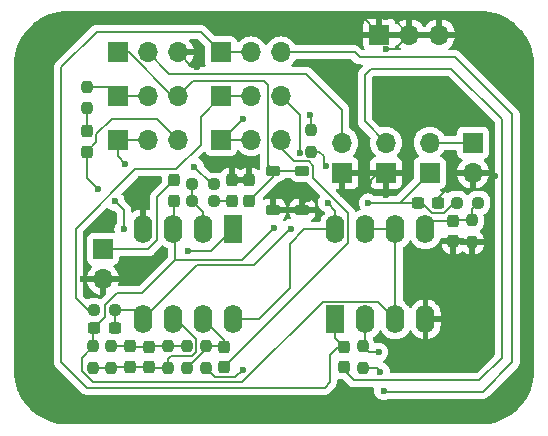
<source format=gbr>
%TF.GenerationSoftware,KiCad,Pcbnew,8.0.6*%
%TF.CreationDate,2025-01-05T16:10:26-06:00*%
%TF.ProjectId,wien + distortion,7769656e-202b-4206-9469-73746f727469,rev?*%
%TF.SameCoordinates,Original*%
%TF.FileFunction,Copper,L1,Top*%
%TF.FilePolarity,Positive*%
%FSLAX46Y46*%
G04 Gerber Fmt 4.6, Leading zero omitted, Abs format (unit mm)*
G04 Created by KiCad (PCBNEW 8.0.6) date 2025-01-05 16:10:26*
%MOMM*%
%LPD*%
G01*
G04 APERTURE LIST*
G04 Aperture macros list*
%AMRoundRect*
0 Rectangle with rounded corners*
0 $1 Rounding radius*
0 $2 $3 $4 $5 $6 $7 $8 $9 X,Y pos of 4 corners*
0 Add a 4 corners polygon primitive as box body*
4,1,4,$2,$3,$4,$5,$6,$7,$8,$9,$2,$3,0*
0 Add four circle primitives for the rounded corners*
1,1,$1+$1,$2,$3*
1,1,$1+$1,$4,$5*
1,1,$1+$1,$6,$7*
1,1,$1+$1,$8,$9*
0 Add four rect primitives between the rounded corners*
20,1,$1+$1,$2,$3,$4,$5,0*
20,1,$1+$1,$4,$5,$6,$7,0*
20,1,$1+$1,$6,$7,$8,$9,0*
20,1,$1+$1,$8,$9,$2,$3,0*%
G04 Aperture macros list end*
%TA.AperFunction,SMDPad,CuDef*%
%ADD10RoundRect,0.225000X-0.375000X0.225000X-0.375000X-0.225000X0.375000X-0.225000X0.375000X0.225000X0*%
%TD*%
%TA.AperFunction,ComponentPad*%
%ADD11R,1.700000X1.700000*%
%TD*%
%TA.AperFunction,ComponentPad*%
%ADD12O,1.700000X1.700000*%
%TD*%
%TA.AperFunction,SMDPad,CuDef*%
%ADD13RoundRect,0.237500X0.237500X-0.250000X0.237500X0.250000X-0.237500X0.250000X-0.237500X-0.250000X0*%
%TD*%
%TA.AperFunction,SMDPad,CuDef*%
%ADD14RoundRect,0.237500X-0.237500X0.300000X-0.237500X-0.300000X0.237500X-0.300000X0.237500X0.300000X0*%
%TD*%
%TA.AperFunction,SMDPad,CuDef*%
%ADD15RoundRect,0.237500X0.300000X0.237500X-0.300000X0.237500X-0.300000X-0.237500X0.300000X-0.237500X0*%
%TD*%
%TA.AperFunction,SMDPad,CuDef*%
%ADD16RoundRect,0.237500X0.237500X-0.287500X0.237500X0.287500X-0.237500X0.287500X-0.237500X-0.287500X0*%
%TD*%
%TA.AperFunction,SMDPad,CuDef*%
%ADD17RoundRect,0.237500X-0.300000X-0.237500X0.300000X-0.237500X0.300000X0.237500X-0.300000X0.237500X0*%
%TD*%
%TA.AperFunction,SMDPad,CuDef*%
%ADD18RoundRect,0.237500X-0.237500X0.250000X-0.237500X-0.250000X0.237500X-0.250000X0.237500X0.250000X0*%
%TD*%
%TA.AperFunction,SMDPad,CuDef*%
%ADD19RoundRect,0.237500X-0.250000X-0.237500X0.250000X-0.237500X0.250000X0.237500X-0.250000X0.237500X0*%
%TD*%
%TA.AperFunction,SMDPad,CuDef*%
%ADD20RoundRect,0.237500X0.250000X0.237500X-0.250000X0.237500X-0.250000X-0.237500X0.250000X-0.237500X0*%
%TD*%
%TA.AperFunction,ComponentPad*%
%ADD21R,1.600000X2.400000*%
%TD*%
%TA.AperFunction,ComponentPad*%
%ADD22O,1.600000X2.400000*%
%TD*%
%TA.AperFunction,SMDPad,CuDef*%
%ADD23RoundRect,0.237500X0.237500X-0.300000X0.237500X0.300000X-0.237500X0.300000X-0.237500X-0.300000X0*%
%TD*%
%TA.AperFunction,SMDPad,CuDef*%
%ADD24RoundRect,0.237500X-0.237500X0.287500X-0.237500X-0.287500X0.237500X-0.287500X0.237500X0.287500X0*%
%TD*%
%TA.AperFunction,SMDPad,CuDef*%
%ADD25RoundRect,0.225000X0.375000X-0.225000X0.375000X0.225000X-0.375000X0.225000X-0.375000X-0.225000X0*%
%TD*%
%TA.AperFunction,ViaPad*%
%ADD26C,0.600000*%
%TD*%
%TA.AperFunction,Conductor*%
%ADD27C,0.200000*%
%TD*%
G04 APERTURE END LIST*
D10*
%TO.P,D1,1,K*%
%TO.N,Net-(D1-K)*%
X74400000Y-89030000D03*
%TO.P,D1,2,A*%
%TO.N,GND*%
X74400000Y-92330000D03*
%TD*%
D11*
%TO.P,J2,1,Pin_1*%
%TO.N,GND*%
X80280000Y-89195000D03*
D12*
%TO.P,J2,2,Pin_2*%
%TO.N,Net-(J2-Pin_2)*%
X80280000Y-86655000D03*
%TD*%
D13*
%TO.P,R1,1*%
%TO.N,Net-(C2-Pad2)*%
X58655000Y-83725000D03*
%TO.P,R1,2*%
%TO.N,Net-(R1-Pad2)*%
X58655000Y-81900000D03*
%TD*%
D14*
%TO.P,C9,1*%
%TO.N,Net-(U2B-+)*%
X89680000Y-93277500D03*
%TO.P,C9,2*%
%TO.N,GND*%
X89680000Y-95002500D03*
%TD*%
D15*
%TO.P,C7,1*%
%TO.N,Net-(U1B-+)*%
X61012500Y-102315000D03*
%TO.P,C7,2*%
%TO.N,BiasVoltage*%
X59287500Y-102315000D03*
%TD*%
D16*
%TO.P,D3,1,K*%
%TO.N,Net-(D3-K)*%
X62300000Y-105617500D03*
%TO.P,D3,2,A*%
%TO.N,Net-(D3-A)*%
X62300000Y-103867500D03*
%TD*%
D11*
%TO.P,RV2,1,1*%
%TO.N,Net-(D1-K)*%
X61275000Y-79000000D03*
D12*
%TO.P,RV2,2,2*%
%TO.N,Net-(J2-Pin_2)*%
X63815000Y-79000000D03*
%TO.P,RV2,3,3*%
%TO.N,GND*%
X66355000Y-79000000D03*
%TD*%
D17*
%TO.P,C6,1*%
%TO.N,+9V*%
X86667500Y-91760000D03*
%TO.P,C6,2*%
%TO.N,GND*%
X88392500Y-91760000D03*
%TD*%
D11*
%TO.P,RV5,1,1*%
%TO.N,Net-(C8-Pad1)*%
X70015000Y-79000000D03*
D12*
%TO.P,RV5,2,2*%
X72555000Y-79000000D03*
%TO.P,RV5,3,3*%
%TO.N,Net-(R13-Pad2)*%
X75095000Y-79000000D03*
%TD*%
D18*
%TO.P,R7,1*%
%TO.N,Net-(D3-A)*%
X67100000Y-103875000D03*
%TO.P,R7,2*%
%TO.N,Net-(C5-Pad1)*%
X67100000Y-105700000D03*
%TD*%
D19*
%TO.P,R3,1*%
%TO.N,Net-(U1A--)*%
X67587500Y-90160000D03*
%TO.P,R3,2*%
%TO.N,Net-(R3-Pad2)*%
X69412500Y-90160000D03*
%TD*%
D18*
%TO.P,R11,1*%
%TO.N,Net-(U2B-+)*%
X91260000Y-93227500D03*
%TO.P,R11,2*%
%TO.N,GND*%
X91260000Y-95052500D03*
%TD*%
D13*
%TO.P,R5,1*%
%TO.N,Net-(D3-K)*%
X60734285Y-105700000D03*
%TO.P,R5,2*%
%TO.N,Net-(D3-A)*%
X60734285Y-103875000D03*
%TD*%
%TO.P,R8,1*%
%TO.N,Net-(U1B-+)*%
X77655000Y-87412500D03*
%TO.P,R8,2*%
%TO.N,Net-(R8-Pad2)*%
X77655000Y-85587500D03*
%TD*%
D20*
%TO.P,R2,1*%
%TO.N,Net-(C3-Pad2)*%
X69412500Y-91620000D03*
%TO.P,R2,2*%
%TO.N,Net-(U1A--)*%
X67587500Y-91620000D03*
%TD*%
D11*
%TO.P,GND,1,Pin_1*%
%TO.N,GND*%
X83420000Y-77500000D03*
D12*
%TO.P,GND,2,Pin_2*%
X85960000Y-77500000D03*
%TO.P,GND,3,Pin_3*%
X88500000Y-77500000D03*
%TD*%
D11*
%TO.P,BT1,1,+*%
%TO.N,Net-(BT1-+)*%
X91350000Y-86645000D03*
D12*
%TO.P,BT1,2,-*%
%TO.N,GND*%
X91350000Y-89185000D03*
%TD*%
D18*
%TO.P,R12,1*%
%TO.N,Net-(C5-Pad1)*%
X68700000Y-103875000D03*
%TO.P,R12,2*%
%TO.N,Net-(U2A--)*%
X68700000Y-105700000D03*
%TD*%
D11*
%TO.P,RV1,1,1*%
%TO.N,Net-(R1-Pad2)*%
X61275000Y-82700000D03*
D12*
%TO.P,RV1,2,2*%
X63815000Y-82700000D03*
%TO.P,RV1,3,3*%
%TO.N,Net-(D1-K)*%
X66355000Y-82700000D03*
%TD*%
D11*
%TO.P,J1,1,Pin_1*%
%TO.N,Net-(J1-Pin_1)*%
X60000000Y-95660000D03*
D12*
%TO.P,J1,2,Pin_2*%
%TO.N,GND*%
X60000000Y-98200000D03*
%TD*%
D18*
%TO.P,R6,1*%
%TO.N,BiasVoltage*%
X59200000Y-103875000D03*
%TO.P,R6,2*%
%TO.N,Net-(D3-K)*%
X59200000Y-105700000D03*
%TD*%
D14*
%TO.P,C5,1*%
%TO.N,Net-(C5-Pad1)*%
X70300000Y-103925000D03*
%TO.P,C5,2*%
%TO.N,Net-(C5-Pad2)*%
X70300000Y-105650000D03*
%TD*%
D21*
%TO.P,U1,1*%
%TO.N,Net-(C2-Pad1)*%
X71040000Y-93945000D03*
D22*
%TO.P,U1,2,-*%
%TO.N,Net-(U1A--)*%
X68500000Y-93945000D03*
%TO.P,U1,3,+*%
%TO.N,BiasVoltage*%
X65960000Y-93945000D03*
%TO.P,U1,4,V-*%
%TO.N,GND*%
X63420000Y-93945000D03*
%TO.P,U1,5,+*%
%TO.N,Net-(U1B-+)*%
X63420000Y-101565000D03*
%TO.P,U1,6,-*%
%TO.N,Net-(D3-K)*%
X65960000Y-101565000D03*
%TO.P,U1,7*%
%TO.N,Net-(C5-Pad1)*%
X68500000Y-101565000D03*
%TO.P,U1,8,V+*%
%TO.N,+9V*%
X71040000Y-101565000D03*
%TD*%
D19*
%TO.P,R10,1*%
%TO.N,Net-(DualPot1-Pad1)*%
X59237500Y-100807500D03*
%TO.P,R10,2*%
%TO.N,Net-(U1B-+)*%
X61062500Y-100807500D03*
%TD*%
D18*
%TO.P,R13,1*%
%TO.N,Net-(U2A--)*%
X82000000Y-103875000D03*
%TO.P,R13,2*%
%TO.N,Net-(R13-Pad2)*%
X82000000Y-105700000D03*
%TD*%
D11*
%TO.P,DualPot1,1,1*%
%TO.N,Net-(DualPot1-Pad1)*%
X70030000Y-82700000D03*
D12*
%TO.P,DualPot1,2,2*%
X72570000Y-82700000D03*
%TO.P,DualPot1,3,3*%
%TO.N,BiasVoltage*%
X75110000Y-82700000D03*
%TD*%
D21*
%TO.P,U2,1*%
%TO.N,Net-(C8-Pad1)*%
X79700000Y-101595000D03*
D22*
%TO.P,U2,2,-*%
%TO.N,Net-(U2A--)*%
X82240000Y-101595000D03*
%TO.P,U2,3,+*%
%TO.N,BiasVoltage*%
X84780000Y-101595000D03*
%TO.P,U2,4,V-*%
%TO.N,GND*%
X87320000Y-101595000D03*
%TO.P,U2,5,+*%
%TO.N,Net-(U2B-+)*%
X87320000Y-93975000D03*
%TO.P,U2,6,-*%
%TO.N,BiasVoltage*%
X84780000Y-93975000D03*
%TO.P,U2,7*%
X82240000Y-93975000D03*
%TO.P,U2,8,V+*%
%TO.N,+9V*%
X79700000Y-93975000D03*
%TD*%
D23*
%TO.P,C4,1*%
%TO.N,Net-(D1-K)*%
X72400000Y-91562500D03*
%TO.P,C4,2*%
%TO.N,GND*%
X72400000Y-89837500D03*
%TD*%
D14*
%TO.P,C8,1*%
%TO.N,Net-(C8-Pad1)*%
X80450000Y-103925000D03*
%TO.P,C8,2*%
%TO.N,Net-(J5-Pin_2)*%
X80450000Y-105650000D03*
%TD*%
D11*
%TO.P,J5,1,Pin_1*%
%TO.N,GND*%
X83980000Y-89195000D03*
D12*
%TO.P,J5,2,Pin_2*%
%TO.N,Net-(J5-Pin_2)*%
X83980000Y-86655000D03*
%TD*%
D19*
%TO.P,R9,1*%
%TO.N,+9V*%
X89977500Y-91740000D03*
%TO.P,R9,2*%
%TO.N,Net-(U2B-+)*%
X91802500Y-91740000D03*
%TD*%
D24*
%TO.P,D4,1,K*%
%TO.N,Net-(D3-A)*%
X63900000Y-103912500D03*
%TO.P,D4,2,A*%
%TO.N,Net-(D3-K)*%
X63900000Y-105662500D03*
%TD*%
D14*
%TO.P,C1,1*%
%TO.N,Net-(J1-Pin_1)*%
X66000000Y-89837500D03*
%TO.P,C1,2*%
%TO.N,BiasVoltage*%
X66000000Y-91562500D03*
%TD*%
D11*
%TO.P,RV4,1,1*%
%TO.N,Net-(R8-Pad2)*%
X70015000Y-86400000D03*
D12*
%TO.P,RV4,2,2*%
X72555000Y-86400000D03*
%TO.P,RV4,3,3*%
%TO.N,Net-(C5-Pad2)*%
X75095000Y-86400000D03*
%TD*%
D13*
%TO.P,R4,1*%
%TO.N,Net-(D3-K)*%
X65500000Y-105700000D03*
%TO.P,R4,2*%
%TO.N,Net-(D3-A)*%
X65500000Y-103875000D03*
%TD*%
D11*
%TO.P,RV3,1,1*%
%TO.N,Net-(R3-Pad2)*%
X61275000Y-86400000D03*
D12*
%TO.P,RV3,2,2*%
X63815000Y-86400000D03*
%TO.P,RV3,3,3*%
%TO.N,Net-(C2-Pad1)*%
X66355000Y-86400000D03*
%TD*%
D14*
%TO.P,C3,1*%
%TO.N,GND*%
X70900000Y-89837500D03*
%TO.P,C3,2*%
%TO.N,Net-(C3-Pad2)*%
X70900000Y-91562500D03*
%TD*%
D11*
%TO.P,J4,1,Pin_1*%
%TO.N,+9V*%
X87680000Y-89195000D03*
D12*
%TO.P,J4,2,Pin_2*%
%TO.N,Net-(BT1-+)*%
X87680000Y-86655000D03*
%TD*%
D23*
%TO.P,C2,1*%
%TO.N,Net-(C2-Pad1)*%
X58655000Y-87400000D03*
%TO.P,C2,2*%
%TO.N,Net-(C2-Pad2)*%
X58655000Y-85675000D03*
%TD*%
D25*
%TO.P,D2,1,K*%
%TO.N,GND*%
X76900000Y-92327500D03*
%TO.P,D2,2,A*%
%TO.N,Net-(D1-K)*%
X76900000Y-89027500D03*
%TD*%
D26*
%TO.N,GND*%
X77400000Y-91400000D03*
X74400000Y-91300000D03*
X72400000Y-88700000D03*
X70900000Y-88700000D03*
%TO.N,Net-(C2-Pad1)*%
X59560000Y-90580000D03*
X61050000Y-91620000D03*
X61790000Y-93980000D03*
X67220000Y-95820000D03*
%TO.N,GND*%
X91290000Y-96240000D03*
X87240000Y-99410000D03*
X54500000Y-95500000D03*
X90500000Y-97500000D03*
X92460000Y-95030000D03*
X53500000Y-94500000D03*
X55500000Y-95500000D03*
X90500000Y-99500000D03*
X54500000Y-94500000D03*
X90750000Y-77500000D03*
X91500000Y-97500000D03*
X54500000Y-96500000D03*
X82000000Y-76000000D03*
X92500000Y-97500000D03*
X89700000Y-96270000D03*
X93180000Y-89490000D03*
X55500000Y-91500000D03*
X62620000Y-98100000D03*
X55500000Y-96500000D03*
X84000000Y-91110000D03*
X89460000Y-90260000D03*
X82500000Y-90000000D03*
X92500000Y-98500000D03*
X91500000Y-99500000D03*
X55500000Y-92500000D03*
X89500000Y-98500000D03*
X91500000Y-98500000D03*
X53500000Y-95500000D03*
X84000000Y-78750000D03*
X68140000Y-78950000D03*
X53500000Y-93500000D03*
X90500000Y-98500000D03*
X54500000Y-92500000D03*
X87300000Y-103940000D03*
X80339265Y-90990735D03*
X55500000Y-93500000D03*
X58300000Y-98220000D03*
X53500000Y-96500000D03*
X53500000Y-92500000D03*
X54500000Y-93500000D03*
X63410000Y-91860000D03*
X55500000Y-94500000D03*
X89500000Y-101560000D03*
X53500000Y-91500000D03*
X89500000Y-97500000D03*
X84000000Y-76000000D03*
X67940000Y-80210000D03*
X89500000Y-99500000D03*
X54500000Y-91500000D03*
X92500000Y-99500000D03*
%TO.N,Net-(U1B-+)*%
X78929998Y-88600000D03*
X75900000Y-93920000D03*
%TO.N,+9V*%
X82470000Y-91750000D03*
X79030000Y-91720000D03*
%TO.N,BiasVoltage*%
X74470000Y-93850000D03*
X76680000Y-87494270D03*
%TO.N,Net-(R8-Pad2)*%
X71850000Y-84650000D03*
X77540000Y-84260000D03*
%TO.N,Net-(U2A--)*%
X83350000Y-104390000D03*
X71840000Y-105850000D03*
%TO.N,Net-(R13-Pad2)*%
X83510000Y-106020000D03*
X83780000Y-107630000D03*
%TO.N,Net-(R3-Pad2)*%
X67740000Y-88690000D03*
X61910000Y-88430000D03*
%TD*%
D27*
%TO.N,Net-(C5-Pad2)*%
X75095000Y-87095000D02*
X75095000Y-86400000D01*
X77421196Y-88200000D02*
X76200000Y-88200000D01*
X77800000Y-89640000D02*
X77800000Y-88578804D01*
X77800000Y-88578804D02*
X77421196Y-88200000D01*
X80800000Y-92640000D02*
X77800000Y-89640000D01*
X76200000Y-88200000D02*
X75095000Y-87095000D01*
%TO.N,Net-(U1B-+)*%
X78312500Y-87412500D02*
X77655000Y-87412500D01*
X78687498Y-87787498D02*
X78312500Y-87412500D01*
X78687498Y-88357500D02*
X78687498Y-87787498D01*
X78929998Y-88600000D02*
X78687498Y-88357500D01*
%TO.N,Net-(D1-K)*%
X73945000Y-81725000D02*
X73945000Y-88575000D01*
X73945000Y-88575000D02*
X74400000Y-89030000D01*
X74400000Y-89562500D02*
X72400000Y-91562500D01*
X74400000Y-89030000D02*
X74400000Y-89562500D01*
X76624314Y-89030000D02*
X76760907Y-89166593D01*
X74400000Y-89030000D02*
X76624314Y-89030000D01*
%TO.N,GND*%
X76900000Y-91900000D02*
X77400000Y-91400000D01*
X76900000Y-92327500D02*
X76900000Y-91900000D01*
X74402500Y-92327500D02*
X74400000Y-92330000D01*
X76900000Y-92327500D02*
X74402500Y-92327500D01*
X74400000Y-92330000D02*
X74400000Y-91300000D01*
X72400000Y-89837500D02*
X72400000Y-88700000D01*
X70900000Y-89837500D02*
X70900000Y-88700000D01*
X70900000Y-89837500D02*
X72400000Y-89837500D01*
%TO.N,Net-(R3-Pad2)*%
X69210000Y-90160000D02*
X67740000Y-88690000D01*
X69412500Y-90160000D02*
X69210000Y-90160000D01*
%TO.N,Net-(C3-Pad2)*%
X70842500Y-91620000D02*
X70900000Y-91562500D01*
X69412500Y-91620000D02*
X70842500Y-91620000D01*
%TO.N,Net-(U1A--)*%
X68500000Y-92532500D02*
X67587500Y-91620000D01*
X68500000Y-93945000D02*
X68500000Y-92532500D01*
X67587500Y-90160000D02*
X67587500Y-91620000D01*
%TO.N,Net-(C2-Pad2)*%
X58655000Y-85675000D02*
X58655000Y-83725000D01*
%TO.N,Net-(BT1-+)*%
X87690000Y-86645000D02*
X87680000Y-86655000D01*
X91350000Y-86645000D02*
X87690000Y-86645000D01*
%TO.N,Net-(C2-Pad1)*%
X61790000Y-93980000D02*
X61790000Y-92360000D01*
X64585000Y-84630000D02*
X60745000Y-84630000D01*
X69165000Y-95820000D02*
X67220000Y-95820000D01*
X59560000Y-90580000D02*
X58655000Y-89675000D01*
X59430000Y-86625000D02*
X58655000Y-87400000D01*
X61790000Y-92360000D02*
X61050000Y-91620000D01*
X60745000Y-84630000D02*
X59430000Y-85945000D01*
X71040000Y-93945000D02*
X69165000Y-95820000D01*
X58655000Y-89675000D02*
X58655000Y-87400000D01*
X59430000Y-85945000D02*
X59430000Y-86625000D01*
X66355000Y-87100000D02*
X66355000Y-86400000D01*
X66355000Y-86400000D02*
X64585000Y-84630000D01*
%TO.N,Net-(U1A--)*%
X67687500Y-91620000D02*
X67687500Y-91687500D01*
X67687500Y-91687500D02*
X68000000Y-92000000D01*
%TO.N,Net-(J1-Pin_1)*%
X64600000Y-94900000D02*
X64600000Y-91237500D01*
X64600000Y-94900000D02*
X63840000Y-95660000D01*
X63840000Y-95660000D02*
X60000000Y-95660000D01*
X64600000Y-91237500D02*
X66000000Y-89837500D01*
%TO.N,GND*%
X89465000Y-101595000D02*
X89500000Y-101560000D01*
X91260000Y-95052500D02*
X91260000Y-96210000D01*
X80280000Y-89195000D02*
X80280000Y-90931470D01*
X80280000Y-90931470D02*
X80339265Y-90990735D01*
X88392500Y-91760000D02*
X88392500Y-91327500D01*
X67565000Y-80210000D02*
X67940000Y-80210000D01*
X58300000Y-98220000D02*
X58320000Y-98200000D01*
X83980000Y-89195000D02*
X83305000Y-89195000D01*
X91260000Y-96210000D02*
X91290000Y-96240000D01*
X89680000Y-95002500D02*
X89680000Y-96250000D01*
X80280000Y-89195000D02*
X83980000Y-89195000D01*
X63420000Y-91870000D02*
X63410000Y-91860000D01*
X58320000Y-98200000D02*
X60000000Y-98200000D01*
X83980000Y-91090000D02*
X84000000Y-91110000D01*
X68090000Y-79000000D02*
X68140000Y-78950000D01*
X84460000Y-76000000D02*
X85960000Y-77500000D01*
X89730000Y-95052500D02*
X89680000Y-95002500D01*
X66355000Y-79000000D02*
X68090000Y-79000000D01*
X88392500Y-91327500D02*
X89460000Y-90260000D01*
X88500000Y-77500000D02*
X90750000Y-77500000D01*
X83420000Y-77420000D02*
X82000000Y-76000000D01*
X87320000Y-101595000D02*
X89465000Y-101595000D01*
X87320000Y-101595000D02*
X87320000Y-99490000D01*
X89680000Y-96250000D02*
X89700000Y-96270000D01*
X87320000Y-99490000D02*
X87240000Y-99410000D01*
X66355000Y-79000000D02*
X67565000Y-80210000D01*
X91260000Y-95052500D02*
X92437500Y-95052500D01*
X60000000Y-98200000D02*
X62520000Y-98200000D01*
X83305000Y-89195000D02*
X82500000Y-90000000D01*
X62520000Y-98200000D02*
X62620000Y-98100000D01*
X83420000Y-77500000D02*
X83420000Y-77420000D01*
X84710000Y-78750000D02*
X84000000Y-78750000D01*
X83980000Y-89195000D02*
X83980000Y-91090000D01*
X85960000Y-77500000D02*
X84710000Y-78750000D01*
X87320000Y-103920000D02*
X87300000Y-103940000D01*
X63420000Y-93945000D02*
X63420000Y-91870000D01*
X92437500Y-95052500D02*
X92460000Y-95030000D01*
X91350000Y-89185000D02*
X92875000Y-89185000D01*
X92875000Y-89185000D02*
X93180000Y-89490000D01*
X91260000Y-95052500D02*
X89730000Y-95052500D01*
X87320000Y-101595000D02*
X87320000Y-103920000D01*
X84000000Y-76000000D02*
X84460000Y-76000000D01*
%TO.N,Net-(C5-Pad2)*%
X70300000Y-105650000D02*
X80800000Y-95150000D01*
X80800000Y-95150000D02*
X80800000Y-92640000D01*
%TO.N,Net-(D1-K)*%
X73640000Y-81420000D02*
X67635000Y-81420000D01*
X73945000Y-81725000D02*
X73640000Y-81420000D01*
X66355000Y-82700000D02*
X65888654Y-82700000D01*
X67635000Y-81420000D02*
X66355000Y-82700000D01*
X65888654Y-82700000D02*
X62188654Y-79000000D01*
X62188654Y-79000000D02*
X61275000Y-79000000D01*
%TO.N,Net-(J2-Pin_2)*%
X80280000Y-83890000D02*
X80280000Y-86655000D01*
X77200000Y-80810000D02*
X80280000Y-83890000D01*
X65625000Y-80810000D02*
X77200000Y-80810000D01*
X63815000Y-79000000D02*
X65625000Y-80810000D01*
%TO.N,Net-(C5-Pad1)*%
X70250000Y-103875000D02*
X70300000Y-103925000D01*
X68700000Y-103875000D02*
X68700000Y-104100000D01*
X70300000Y-103365000D02*
X68500000Y-101565000D01*
X70300000Y-103925000D02*
X70300000Y-103365000D01*
X68700000Y-103875000D02*
X70250000Y-103875000D01*
X68700000Y-103820000D02*
X68500000Y-103620000D01*
X68700000Y-104100000D02*
X67100000Y-105700000D01*
%TO.N,Net-(U1B-+)*%
X72840000Y-96970000D02*
X75090000Y-94720000D01*
X62662500Y-100807500D02*
X63420000Y-101565000D01*
X69510000Y-96970000D02*
X72840000Y-96970000D01*
X68015000Y-96970000D02*
X69510000Y-96970000D01*
X61062500Y-100807500D02*
X62662500Y-100807500D01*
X61062500Y-102265000D02*
X61012500Y-102315000D01*
X63420000Y-101565000D02*
X68015000Y-96970000D01*
X75890000Y-93920000D02*
X75900000Y-93920000D01*
X61062500Y-100807500D02*
X61062500Y-102265000D01*
X75090000Y-94720000D02*
X75890000Y-93920000D01*
%TO.N,+9V*%
X88886722Y-92570000D02*
X87870635Y-92570000D01*
X75810000Y-98960000D02*
X73205000Y-101565000D01*
X87060635Y-91760000D02*
X86667500Y-91760000D01*
X73205000Y-101565000D02*
X71040000Y-101565000D01*
X75810000Y-95210000D02*
X75810000Y-98960000D01*
X77045000Y-93975000D02*
X75810000Y-95210000D01*
X84950000Y-91750000D02*
X82470000Y-91750000D01*
X89716722Y-91740000D02*
X88886722Y-92570000D01*
X87870635Y-92570000D02*
X87060635Y-91760000D01*
X79030000Y-91720000D02*
X79700000Y-92390000D01*
X85125000Y-91750000D02*
X84950000Y-91750000D01*
X86667500Y-91760000D02*
X84960000Y-91760000D01*
X79700000Y-92390000D02*
X79700000Y-93975000D01*
X89977500Y-91740000D02*
X89716722Y-91740000D01*
X84960000Y-91760000D02*
X84950000Y-91750000D01*
X79700000Y-93975000D02*
X77045000Y-93975000D01*
X87680000Y-89195000D02*
X85125000Y-91750000D01*
%TO.N,BiasVoltage*%
X60200000Y-101402500D02*
X60200000Y-100415778D01*
X76680000Y-84270000D02*
X76680000Y-87494270D01*
X60200000Y-100415778D02*
X61215778Y-99400000D01*
X59135778Y-106890000D02*
X58200000Y-105954222D01*
X82240000Y-93975000D02*
X84780000Y-93975000D01*
X74470000Y-93850000D02*
X71750000Y-96570000D01*
X65960000Y-96740000D02*
X66100000Y-96600000D01*
X61215778Y-99400000D02*
X63300000Y-99400000D01*
X58200000Y-104875000D02*
X59200000Y-103875000D01*
X83280000Y-100095000D02*
X78605000Y-100095000D01*
X84780000Y-101595000D02*
X83280000Y-100095000D01*
X66100000Y-94085000D02*
X65960000Y-93945000D01*
X59200000Y-103875000D02*
X59200000Y-102402500D01*
X66100000Y-96600000D02*
X66100000Y-94085000D01*
X66000000Y-93905000D02*
X65960000Y-93945000D01*
X63300000Y-99400000D02*
X65960000Y-96740000D01*
X59200000Y-102402500D02*
X59287500Y-102315000D01*
X66130000Y-96570000D02*
X65960000Y-96740000D01*
X59287500Y-102315000D02*
X60200000Y-101402500D01*
X58200000Y-105954222D02*
X58200000Y-104875000D01*
X71810000Y-106890000D02*
X59135778Y-106890000D01*
X75110000Y-82700000D02*
X76680000Y-84270000D01*
X78605000Y-100095000D02*
X71810000Y-106890000D01*
X66000000Y-91562500D02*
X66000000Y-93905000D01*
X71750000Y-96570000D02*
X66130000Y-96570000D01*
X84780000Y-93975000D02*
X84780000Y-101595000D01*
%TO.N,Net-(DualPot1-Pad1)*%
X62734314Y-88900000D02*
X57700000Y-93934314D01*
X57700000Y-99800000D02*
X58707500Y-100807500D01*
X70030000Y-82700000D02*
X68300000Y-84430000D01*
X68300000Y-86800000D02*
X66200000Y-88900000D01*
X57700000Y-93934314D02*
X57700000Y-99800000D01*
X70030000Y-82700000D02*
X72570000Y-82700000D01*
X58707500Y-100807500D02*
X59237500Y-100807500D01*
X66200000Y-88900000D02*
X62734314Y-88900000D01*
X68300000Y-84430000D02*
X68300000Y-86800000D01*
%TO.N,Net-(C8-Pad1)*%
X79700000Y-101595000D02*
X79700000Y-103175000D01*
X56460000Y-105230000D02*
X56460000Y-80280000D01*
X80450000Y-103925000D02*
X79905000Y-103925000D01*
X56460000Y-80280000D02*
X59470000Y-77270000D01*
X79220000Y-106950000D02*
X78780000Y-107390000D01*
X70015000Y-79000000D02*
X72555000Y-79000000D01*
X78780000Y-107390000D02*
X58620000Y-107390000D01*
X58620000Y-107390000D02*
X56460000Y-105230000D01*
X68285000Y-77270000D02*
X70015000Y-79000000D01*
X79220000Y-104610000D02*
X79220000Y-106950000D01*
X79905000Y-103925000D02*
X79220000Y-104610000D01*
X79700000Y-103175000D02*
X80450000Y-103925000D01*
X59470000Y-77270000D02*
X68285000Y-77270000D01*
%TO.N,Net-(J5-Pin_2)*%
X93780000Y-84630000D02*
X93780000Y-104880000D01*
X81300000Y-106770000D02*
X80450000Y-105920000D01*
X91890000Y-106770000D02*
X81300000Y-106770000D01*
X83980000Y-86655000D02*
X82170000Y-84845000D01*
X89520000Y-80370000D02*
X93780000Y-84630000D01*
X82690000Y-80370000D02*
X89520000Y-80370000D01*
X80450000Y-105920000D02*
X80450000Y-105650000D01*
X82170000Y-84845000D02*
X82170000Y-80890000D01*
X82170000Y-80890000D02*
X82690000Y-80370000D01*
X93780000Y-104880000D02*
X91890000Y-106770000D01*
%TO.N,Net-(R1-Pad2)*%
X58655000Y-81900000D02*
X60475000Y-81900000D01*
X60475000Y-81900000D02*
X61275000Y-82700000D01*
X61275000Y-82700000D02*
X63815000Y-82700000D01*
%TO.N,Net-(R8-Pad2)*%
X72555000Y-86400000D02*
X70015000Y-86400000D01*
X71850000Y-84650000D02*
X70100000Y-86400000D01*
X70100000Y-86400000D02*
X70015000Y-86400000D01*
X77655000Y-85587500D02*
X77655000Y-84375000D01*
X77655000Y-84375000D02*
X77540000Y-84260000D01*
%TO.N,Net-(U2A--)*%
X68700000Y-105700000D02*
X69487500Y-106487500D01*
X83350000Y-104390000D02*
X82515000Y-104390000D01*
X82240000Y-103635000D02*
X82000000Y-103875000D01*
X68750000Y-105650000D02*
X68700000Y-105700000D01*
X69487500Y-106487500D02*
X71202500Y-106487500D01*
X71202500Y-106487500D02*
X71840000Y-105850000D01*
X82240000Y-101595000D02*
X82240000Y-103635000D01*
X82515000Y-104390000D02*
X82000000Y-103875000D01*
%TO.N,Net-(U2B-+)*%
X91260000Y-93227500D02*
X89730000Y-93227500D01*
X89730000Y-93227500D02*
X89680000Y-93277500D01*
X88017500Y-93277500D02*
X87320000Y-93975000D01*
X91260000Y-92282500D02*
X91802500Y-91740000D01*
X91260000Y-93227500D02*
X91260000Y-92282500D01*
X89680000Y-93277500D02*
X88017500Y-93277500D01*
%TO.N,Net-(R13-Pad2)*%
X89840000Y-79420000D02*
X81740000Y-79420000D01*
X93320000Y-82900000D02*
X89840000Y-79420000D01*
X94680000Y-105230000D02*
X94680000Y-84250000D01*
X81740000Y-79420000D02*
X81320000Y-79000000D01*
X93330000Y-82900000D02*
X93320000Y-82900000D01*
X92190000Y-107720000D02*
X94680000Y-105230000D01*
X82000000Y-105700000D02*
X83190000Y-105700000D01*
X94680000Y-84250000D02*
X93330000Y-82900000D01*
X83190000Y-105700000D02*
X83510000Y-106020000D01*
X83870000Y-107720000D02*
X92190000Y-107720000D01*
X83780000Y-107630000D02*
X83870000Y-107720000D01*
X81320000Y-79000000D02*
X75095000Y-79000000D01*
%TO.N,Net-(D3-A)*%
X62345000Y-103912500D02*
X62300000Y-103867500D01*
X63900000Y-103912500D02*
X62345000Y-103912500D01*
X60734285Y-103875000D02*
X62292500Y-103875000D01*
X62292500Y-103875000D02*
X62300000Y-103867500D01*
X63937500Y-103875000D02*
X63900000Y-103912500D01*
X65500000Y-103875000D02*
X63937500Y-103875000D01*
X67100000Y-103875000D02*
X65500000Y-103875000D01*
%TO.N,Net-(D3-K)*%
X65500000Y-104980000D02*
X65780000Y-104700000D01*
X60734285Y-105700000D02*
X59200000Y-105700000D01*
X67875000Y-103275000D02*
X66165000Y-101565000D01*
X60816785Y-105617500D02*
X60734285Y-105700000D01*
X67875000Y-104354222D02*
X67875000Y-103275000D01*
X66165000Y-101565000D02*
X65960000Y-101565000D01*
X67529222Y-104700000D02*
X67875000Y-104354222D01*
X65780000Y-104700000D02*
X67529222Y-104700000D01*
X63937500Y-105700000D02*
X63900000Y-105662500D01*
X65500000Y-105700000D02*
X65500000Y-104980000D01*
X65500000Y-105700000D02*
X63937500Y-105700000D01*
X62345000Y-105662500D02*
X62300000Y-105617500D01*
X62300000Y-105617500D02*
X60816785Y-105617500D01*
X63900000Y-105662500D02*
X62345000Y-105662500D01*
%TO.N,Net-(R3-Pad2)*%
X61275000Y-86400000D02*
X61275000Y-87795000D01*
X61275000Y-86400000D02*
X63815000Y-86400000D01*
X61275000Y-87795000D02*
X61910000Y-88430000D01*
%TD*%
%TA.AperFunction,Conductor*%
%TO.N,GND*%
G36*
X81086942Y-79620185D02*
G01*
X81107583Y-79636818D01*
X81371284Y-79900520D01*
X81371286Y-79900521D01*
X81371290Y-79900524D01*
X81508209Y-79979573D01*
X81508216Y-79979577D01*
X81660943Y-80020501D01*
X81660945Y-80020501D01*
X81826654Y-80020501D01*
X81826670Y-80020500D01*
X81890902Y-80020500D01*
X81957941Y-80040185D01*
X82003696Y-80092989D01*
X82013640Y-80162147D01*
X81984615Y-80225703D01*
X81978583Y-80232181D01*
X81689481Y-80521282D01*
X81689479Y-80521285D01*
X81656612Y-80578214D01*
X81656611Y-80578216D01*
X81610423Y-80658214D01*
X81610423Y-80658215D01*
X81569499Y-80810943D01*
X81569499Y-80810945D01*
X81569499Y-80979046D01*
X81569500Y-80979059D01*
X81569500Y-84758330D01*
X81569499Y-84758348D01*
X81569499Y-84924054D01*
X81569498Y-84924054D01*
X81610422Y-85076782D01*
X81610424Y-85076787D01*
X81614896Y-85084532D01*
X81614897Y-85084534D01*
X81689477Y-85213712D01*
X81689481Y-85213717D01*
X81808349Y-85332585D01*
X81808355Y-85332590D01*
X82647233Y-86171468D01*
X82680718Y-86232791D01*
X82679327Y-86291241D01*
X82644939Y-86419583D01*
X82644936Y-86419596D01*
X82624341Y-86654999D01*
X82624341Y-86655000D01*
X82644936Y-86890403D01*
X82644938Y-86890413D01*
X82706094Y-87118655D01*
X82706096Y-87118659D01*
X82706097Y-87118663D01*
X82805964Y-87332828D01*
X82805965Y-87332830D01*
X82805967Y-87332834D01*
X82887753Y-87449635D01*
X82941501Y-87526396D01*
X82941506Y-87526402D01*
X83063818Y-87648714D01*
X83097303Y-87710037D01*
X83092319Y-87779729D01*
X83050447Y-87835662D01*
X83019471Y-87852577D01*
X82887912Y-87901646D01*
X82887906Y-87901649D01*
X82772812Y-87987809D01*
X82772809Y-87987812D01*
X82686649Y-88102906D01*
X82686645Y-88102913D01*
X82636403Y-88237620D01*
X82636401Y-88237627D01*
X82630000Y-88297155D01*
X82630000Y-88945000D01*
X83546988Y-88945000D01*
X83514075Y-89002007D01*
X83480000Y-89129174D01*
X83480000Y-89260826D01*
X83514075Y-89387993D01*
X83546988Y-89445000D01*
X82630000Y-89445000D01*
X82630000Y-90092844D01*
X82636401Y-90152372D01*
X82636403Y-90152379D01*
X82686645Y-90287086D01*
X82686649Y-90287093D01*
X82772809Y-90402187D01*
X82772812Y-90402190D01*
X82887906Y-90488350D01*
X82887913Y-90488354D01*
X83022620Y-90538596D01*
X83022627Y-90538598D01*
X83082155Y-90544999D01*
X83082172Y-90545000D01*
X83730000Y-90545000D01*
X83730000Y-89628012D01*
X83787007Y-89660925D01*
X83914174Y-89695000D01*
X84045826Y-89695000D01*
X84172993Y-89660925D01*
X84230000Y-89628012D01*
X84230000Y-90545000D01*
X84877828Y-90545000D01*
X84877844Y-90544999D01*
X84937372Y-90538598D01*
X84937379Y-90538596D01*
X85072086Y-90488354D01*
X85072093Y-90488350D01*
X85187187Y-90402190D01*
X85187190Y-90402187D01*
X85273350Y-90287093D01*
X85273354Y-90287086D01*
X85323596Y-90152379D01*
X85323598Y-90152372D01*
X85329999Y-90092844D01*
X85330000Y-90092827D01*
X85330000Y-89445000D01*
X84413012Y-89445000D01*
X84445925Y-89387993D01*
X84480000Y-89260826D01*
X84480000Y-89129174D01*
X84445925Y-89002007D01*
X84413012Y-88945000D01*
X85330000Y-88945000D01*
X85330000Y-88297172D01*
X85329999Y-88297155D01*
X85323598Y-88237627D01*
X85323596Y-88237620D01*
X85273354Y-88102913D01*
X85273350Y-88102906D01*
X85187190Y-87987812D01*
X85187187Y-87987809D01*
X85072093Y-87901649D01*
X85072088Y-87901646D01*
X84940528Y-87852577D01*
X84884595Y-87810705D01*
X84860178Y-87745241D01*
X84875030Y-87676968D01*
X84896175Y-87648720D01*
X85018495Y-87526401D01*
X85154035Y-87332830D01*
X85253903Y-87118663D01*
X85315063Y-86890408D01*
X85335659Y-86655000D01*
X85315063Y-86419592D01*
X85253903Y-86191337D01*
X85154035Y-85977171D01*
X85154034Y-85977169D01*
X85018494Y-85783597D01*
X84851402Y-85616506D01*
X84851395Y-85616501D01*
X84657834Y-85480967D01*
X84657830Y-85480965D01*
X84575378Y-85442517D01*
X84443663Y-85381097D01*
X84443659Y-85381096D01*
X84443655Y-85381094D01*
X84215413Y-85319938D01*
X84215403Y-85319936D01*
X83980001Y-85299341D01*
X83979999Y-85299341D01*
X83744596Y-85319936D01*
X83744583Y-85319939D01*
X83616241Y-85354327D01*
X83546392Y-85352664D01*
X83496468Y-85322233D01*
X82806819Y-84632583D01*
X82773334Y-84571260D01*
X82770500Y-84544902D01*
X82770500Y-81190097D01*
X82790185Y-81123058D01*
X82806819Y-81102416D01*
X82902416Y-81006819D01*
X82963739Y-80973334D01*
X82990097Y-80970500D01*
X89219903Y-80970500D01*
X89286942Y-80990185D01*
X89307584Y-81006819D01*
X93143181Y-84842416D01*
X93176666Y-84903739D01*
X93179500Y-84930097D01*
X93179500Y-104579902D01*
X93159815Y-104646941D01*
X93143181Y-104667583D01*
X91677584Y-106133181D01*
X91616261Y-106166666D01*
X91589903Y-106169500D01*
X84437476Y-106169500D01*
X84370437Y-106149815D01*
X84324682Y-106097011D01*
X84314256Y-106031614D01*
X84315565Y-106019998D01*
X84315565Y-106019996D01*
X84295369Y-105840750D01*
X84295368Y-105840745D01*
X84252272Y-105717585D01*
X84235789Y-105670478D01*
X84139816Y-105517738D01*
X84012262Y-105390184D01*
X83883146Y-105309055D01*
X83859519Y-105294209D01*
X83817404Y-105279472D01*
X83760628Y-105238750D01*
X83734881Y-105173798D01*
X83748338Y-105105236D01*
X83792387Y-105057437D01*
X83852262Y-105019816D01*
X83979816Y-104892262D01*
X84075789Y-104739522D01*
X84135368Y-104569255D01*
X84137896Y-104546817D01*
X84155565Y-104390003D01*
X84155565Y-104389996D01*
X84135369Y-104210750D01*
X84135368Y-104210745D01*
X84075788Y-104040476D01*
X83979815Y-103887737D01*
X83852262Y-103760184D01*
X83699523Y-103664211D01*
X83529254Y-103604631D01*
X83529249Y-103604630D01*
X83350004Y-103584435D01*
X83349996Y-103584435D01*
X83170750Y-103604630D01*
X83170739Y-103604633D01*
X83133418Y-103617692D01*
X83063639Y-103621253D01*
X83003012Y-103586523D01*
X82970786Y-103524530D01*
X82969107Y-103513251D01*
X82965174Y-103474747D01*
X82910908Y-103310984D01*
X82901357Y-103295500D01*
X82887809Y-103273534D01*
X82869369Y-103206142D01*
X82890292Y-103139478D01*
X82920464Y-103108119D01*
X82921607Y-103107288D01*
X82921610Y-103107287D01*
X83087219Y-102986966D01*
X83231966Y-102842219D01*
X83231968Y-102842215D01*
X83231971Y-102842213D01*
X83352284Y-102676614D01*
X83352283Y-102676614D01*
X83352287Y-102676610D01*
X83399516Y-102583917D01*
X83447489Y-102533123D01*
X83515310Y-102516328D01*
X83581445Y-102538865D01*
X83620483Y-102583917D01*
X83629533Y-102601677D01*
X83667715Y-102676614D01*
X83788028Y-102842213D01*
X83932786Y-102986971D01*
X84057098Y-103077287D01*
X84098390Y-103107287D01*
X84179499Y-103148614D01*
X84280776Y-103200218D01*
X84280778Y-103200218D01*
X84280781Y-103200220D01*
X84383129Y-103233475D01*
X84475465Y-103263477D01*
X84538962Y-103273534D01*
X84677648Y-103295500D01*
X84677649Y-103295500D01*
X84882351Y-103295500D01*
X84882352Y-103295500D01*
X85084534Y-103263477D01*
X85279219Y-103200220D01*
X85461610Y-103107287D01*
X85557901Y-103037328D01*
X85627213Y-102986971D01*
X85627215Y-102986968D01*
X85627219Y-102986966D01*
X85771966Y-102842219D01*
X85771968Y-102842215D01*
X85771971Y-102842213D01*
X85892284Y-102676614D01*
X85892283Y-102676614D01*
X85892287Y-102676610D01*
X85939795Y-102583369D01*
X85987770Y-102532574D01*
X86055591Y-102515779D01*
X86121725Y-102538316D01*
X86160765Y-102583370D01*
X86208140Y-102676349D01*
X86328417Y-102841894D01*
X86328417Y-102841895D01*
X86473104Y-102986582D01*
X86638650Y-103106859D01*
X86820968Y-103199754D01*
X87015578Y-103262988D01*
X87070000Y-103271607D01*
X87070000Y-101910686D01*
X87074394Y-101915080D01*
X87165606Y-101967741D01*
X87267339Y-101995000D01*
X87372661Y-101995000D01*
X87474394Y-101967741D01*
X87565606Y-101915080D01*
X87570000Y-101910686D01*
X87570000Y-103271606D01*
X87624421Y-103262988D01*
X87819031Y-103199754D01*
X88001349Y-103106859D01*
X88166894Y-102986582D01*
X88166895Y-102986582D01*
X88311582Y-102841895D01*
X88311582Y-102841894D01*
X88431859Y-102676349D01*
X88524755Y-102494031D01*
X88587990Y-102299417D01*
X88620000Y-102097317D01*
X88620000Y-101845000D01*
X87635686Y-101845000D01*
X87640080Y-101840606D01*
X87692741Y-101749394D01*
X87720000Y-101647661D01*
X87720000Y-101542339D01*
X87692741Y-101440606D01*
X87640080Y-101349394D01*
X87635686Y-101345000D01*
X88620000Y-101345000D01*
X88620000Y-101092682D01*
X88587990Y-100890582D01*
X88524755Y-100695968D01*
X88431859Y-100513650D01*
X88311582Y-100348105D01*
X88311582Y-100348104D01*
X88166895Y-100203417D01*
X88001349Y-100083140D01*
X87819029Y-99990244D01*
X87624413Y-99927009D01*
X87570000Y-99918390D01*
X87570000Y-101279314D01*
X87565606Y-101274920D01*
X87474394Y-101222259D01*
X87372661Y-101195000D01*
X87267339Y-101195000D01*
X87165606Y-101222259D01*
X87074394Y-101274920D01*
X87070000Y-101279314D01*
X87070000Y-99918390D01*
X87015586Y-99927009D01*
X86820970Y-99990244D01*
X86638650Y-100083140D01*
X86473105Y-100203417D01*
X86473104Y-100203417D01*
X86328417Y-100348104D01*
X86328417Y-100348105D01*
X86208140Y-100513650D01*
X86160765Y-100606629D01*
X86112790Y-100657425D01*
X86044969Y-100674220D01*
X85978834Y-100651682D01*
X85939795Y-100606629D01*
X85892419Y-100513650D01*
X85892287Y-100513390D01*
X85870488Y-100483386D01*
X85771971Y-100347786D01*
X85627213Y-100203028D01*
X85461610Y-100082712D01*
X85448200Y-100075879D01*
X85397406Y-100027903D01*
X85380500Y-99965397D01*
X85380500Y-95604601D01*
X85400185Y-95537562D01*
X85448206Y-95494116D01*
X85461610Y-95487287D01*
X85627219Y-95366966D01*
X85771966Y-95222219D01*
X85771968Y-95222215D01*
X85771971Y-95222213D01*
X85892284Y-95056614D01*
X85892285Y-95056613D01*
X85892287Y-95056610D01*
X85939516Y-94963917D01*
X85987489Y-94913123D01*
X86055310Y-94896328D01*
X86121445Y-94918865D01*
X86160483Y-94963917D01*
X86186224Y-95014435D01*
X86207715Y-95056614D01*
X86328028Y-95222213D01*
X86472786Y-95366971D01*
X86597098Y-95457287D01*
X86638390Y-95487287D01*
X86719499Y-95528614D01*
X86820776Y-95580218D01*
X86820778Y-95580218D01*
X86820781Y-95580220D01*
X86895818Y-95604601D01*
X87015465Y-95643477D01*
X87116557Y-95659488D01*
X87217648Y-95675500D01*
X87217649Y-95675500D01*
X87422351Y-95675500D01*
X87422352Y-95675500D01*
X87624534Y-95643477D01*
X87819219Y-95580220D01*
X88001610Y-95487287D01*
X88104992Y-95412176D01*
X88167213Y-95366971D01*
X88167215Y-95366968D01*
X88167219Y-95366966D01*
X88182531Y-95351654D01*
X88705001Y-95351654D01*
X88715319Y-95452652D01*
X88769546Y-95616300D01*
X88769551Y-95616311D01*
X88860052Y-95763034D01*
X88860055Y-95763038D01*
X88981961Y-95884944D01*
X88981965Y-95884947D01*
X89128688Y-95975448D01*
X89128699Y-95975453D01*
X89292347Y-96029680D01*
X89393352Y-96039999D01*
X89430000Y-96039999D01*
X89930000Y-96039999D01*
X89966640Y-96039999D01*
X89966654Y-96039998D01*
X90067652Y-96029680D01*
X90231300Y-95975453D01*
X90231311Y-95975448D01*
X90378034Y-95884947D01*
X90378038Y-95884944D01*
X90382319Y-95880664D01*
X90443642Y-95847179D01*
X90513334Y-95852163D01*
X90557681Y-95880664D01*
X90561961Y-95884944D01*
X90561965Y-95884947D01*
X90708688Y-95975448D01*
X90708699Y-95975453D01*
X90872347Y-96029680D01*
X90973352Y-96039999D01*
X91010000Y-96039999D01*
X91510000Y-96039999D01*
X91546640Y-96039999D01*
X91546654Y-96039998D01*
X91647652Y-96029680D01*
X91811300Y-95975453D01*
X91811311Y-95975448D01*
X91958034Y-95884947D01*
X91958038Y-95884944D01*
X92079944Y-95763038D01*
X92079947Y-95763034D01*
X92170448Y-95616311D01*
X92170453Y-95616300D01*
X92224680Y-95452652D01*
X92234999Y-95351654D01*
X92235000Y-95351641D01*
X92235000Y-95302500D01*
X91510000Y-95302500D01*
X91510000Y-96039999D01*
X91010000Y-96039999D01*
X91010000Y-95302500D01*
X90343362Y-95302500D01*
X90276323Y-95282815D01*
X90255681Y-95266181D01*
X90242000Y-95252500D01*
X89930000Y-95252500D01*
X89930000Y-96039999D01*
X89430000Y-96039999D01*
X89430000Y-95252500D01*
X88705001Y-95252500D01*
X88705001Y-95351654D01*
X88182531Y-95351654D01*
X88311966Y-95222219D01*
X88311968Y-95222215D01*
X88311971Y-95222213D01*
X88430187Y-95059500D01*
X88432287Y-95056610D01*
X88525220Y-94874219D01*
X88536929Y-94838179D01*
X88576367Y-94780506D01*
X88640726Y-94753308D01*
X88654860Y-94752500D01*
X90596638Y-94752500D01*
X90663677Y-94772185D01*
X90684319Y-94788819D01*
X90698000Y-94802500D01*
X92234999Y-94802500D01*
X92234999Y-94753360D01*
X92234998Y-94753345D01*
X92224680Y-94652347D01*
X92170453Y-94488699D01*
X92170448Y-94488688D01*
X92079947Y-94341965D01*
X92079944Y-94341961D01*
X91966017Y-94228034D01*
X91932532Y-94166711D01*
X91937516Y-94097019D01*
X91966013Y-94052676D01*
X92080340Y-93938350D01*
X92170908Y-93791516D01*
X92225174Y-93627753D01*
X92235500Y-93526677D01*
X92235499Y-92928324D01*
X92231930Y-92893390D01*
X92225174Y-92827247D01*
X92223756Y-92820622D01*
X92225240Y-92820304D01*
X92223103Y-92758454D01*
X92258825Y-92698406D01*
X92304209Y-92671554D01*
X92366516Y-92650908D01*
X92513350Y-92560340D01*
X92635340Y-92438350D01*
X92725908Y-92291516D01*
X92780174Y-92127753D01*
X92790500Y-92026677D01*
X92790499Y-91453324D01*
X92788753Y-91436235D01*
X92780174Y-91352247D01*
X92766270Y-91310289D01*
X92725908Y-91188484D01*
X92635340Y-91041650D01*
X92513350Y-90919660D01*
X92399685Y-90849551D01*
X92366518Y-90829093D01*
X92366513Y-90829091D01*
X92365069Y-90828612D01*
X92202753Y-90774826D01*
X92202751Y-90774825D01*
X92101684Y-90764500D01*
X91613092Y-90764500D01*
X91591263Y-90758090D01*
X91583951Y-90761971D01*
X91559038Y-90764500D01*
X91503331Y-90764500D01*
X91503312Y-90764501D01*
X91402247Y-90774825D01*
X91238484Y-90829092D01*
X91238481Y-90829093D01*
X91091648Y-90919661D01*
X90977681Y-91033629D01*
X90916358Y-91067114D01*
X90846666Y-91062130D01*
X90802319Y-91033629D01*
X90688351Y-90919661D01*
X90688350Y-90919660D01*
X90574685Y-90849551D01*
X90541518Y-90829093D01*
X90541513Y-90829091D01*
X90540069Y-90828612D01*
X90377753Y-90774826D01*
X90377751Y-90774825D01*
X90276678Y-90764500D01*
X89678330Y-90764500D01*
X89678312Y-90764501D01*
X89577247Y-90774825D01*
X89413484Y-90829092D01*
X89413481Y-90829093D01*
X89366049Y-90858350D01*
X89266650Y-90919660D01*
X89266648Y-90919661D01*
X89260503Y-90923452D01*
X89259125Y-90921217D01*
X89205654Y-90942774D01*
X89137015Y-90929716D01*
X89128473Y-90924903D01*
X89006305Y-90849548D01*
X89006300Y-90849546D01*
X88842652Y-90795319D01*
X88741654Y-90785000D01*
X88660784Y-90785000D01*
X88593745Y-90765315D01*
X88547990Y-90712511D01*
X88538046Y-90643353D01*
X88567071Y-90579797D01*
X88625849Y-90542023D01*
X88632269Y-90540323D01*
X88637477Y-90539091D01*
X88637483Y-90539091D01*
X88772331Y-90488796D01*
X88887546Y-90402546D01*
X88973796Y-90287331D01*
X89024091Y-90152483D01*
X89030500Y-90092873D01*
X89030499Y-88297128D01*
X89024091Y-88237517D01*
X89022045Y-88232032D01*
X88973797Y-88102671D01*
X88973793Y-88102664D01*
X88887547Y-87987455D01*
X88887544Y-87987452D01*
X88772335Y-87901206D01*
X88772328Y-87901202D01*
X88640917Y-87852189D01*
X88584983Y-87810318D01*
X88560566Y-87744853D01*
X88575418Y-87676580D01*
X88596563Y-87648332D01*
X88718495Y-87526401D01*
X88854035Y-87332830D01*
X88860956Y-87317989D01*
X88861374Y-87317093D01*
X88907547Y-87264655D01*
X88973755Y-87245500D01*
X89875501Y-87245500D01*
X89942540Y-87265185D01*
X89988295Y-87317989D01*
X89999501Y-87369500D01*
X89999501Y-87542876D01*
X90005908Y-87602483D01*
X90056202Y-87737328D01*
X90056206Y-87737335D01*
X90142452Y-87852544D01*
X90142455Y-87852547D01*
X90257664Y-87938793D01*
X90257671Y-87938797D01*
X90299178Y-87954278D01*
X90389598Y-87988002D01*
X90445531Y-88029873D01*
X90469949Y-88095337D01*
X90455098Y-88163610D01*
X90433947Y-88191865D01*
X90311886Y-88313926D01*
X90176400Y-88507420D01*
X90176399Y-88507422D01*
X90076570Y-88721507D01*
X90076567Y-88721513D01*
X90019364Y-88934999D01*
X90019364Y-88935000D01*
X90916988Y-88935000D01*
X90884075Y-88992007D01*
X90850000Y-89119174D01*
X90850000Y-89250826D01*
X90884075Y-89377993D01*
X90916988Y-89435000D01*
X90019364Y-89435000D01*
X90076567Y-89648486D01*
X90076570Y-89648492D01*
X90176399Y-89862578D01*
X90311894Y-90056082D01*
X90478917Y-90223105D01*
X90672421Y-90358600D01*
X90886507Y-90458429D01*
X90886516Y-90458433D01*
X91100000Y-90515634D01*
X91100000Y-89618012D01*
X91157007Y-89650925D01*
X91284174Y-89685000D01*
X91415826Y-89685000D01*
X91542993Y-89650925D01*
X91600000Y-89618012D01*
X91600000Y-90515633D01*
X91813481Y-90458434D01*
X91813492Y-90458429D01*
X92027578Y-90358600D01*
X92221082Y-90223105D01*
X92388105Y-90056082D01*
X92523600Y-89862578D01*
X92623429Y-89648492D01*
X92623432Y-89648486D01*
X92680636Y-89435000D01*
X91783012Y-89435000D01*
X91815925Y-89377993D01*
X91850000Y-89250826D01*
X91850000Y-89119174D01*
X91815925Y-88992007D01*
X91783012Y-88935000D01*
X92680636Y-88935000D01*
X92680635Y-88934999D01*
X92623432Y-88721513D01*
X92623429Y-88721507D01*
X92523600Y-88507422D01*
X92523599Y-88507420D01*
X92388113Y-88313926D01*
X92388108Y-88313920D01*
X92266053Y-88191865D01*
X92232568Y-88130542D01*
X92237552Y-88060850D01*
X92279424Y-88004917D01*
X92310400Y-87988002D01*
X92442331Y-87938796D01*
X92557546Y-87852546D01*
X92643796Y-87737331D01*
X92694091Y-87602483D01*
X92700500Y-87542873D01*
X92700499Y-85747128D01*
X92694091Y-85687517D01*
X92667605Y-85616505D01*
X92643797Y-85552671D01*
X92643793Y-85552664D01*
X92557547Y-85437455D01*
X92557544Y-85437452D01*
X92442335Y-85351206D01*
X92442328Y-85351202D01*
X92307482Y-85300908D01*
X92307483Y-85300908D01*
X92247883Y-85294501D01*
X92247881Y-85294500D01*
X92247873Y-85294500D01*
X92247864Y-85294500D01*
X90452129Y-85294500D01*
X90452123Y-85294501D01*
X90392516Y-85300908D01*
X90257671Y-85351202D01*
X90257664Y-85351206D01*
X90142455Y-85437452D01*
X90142452Y-85437455D01*
X90056206Y-85552664D01*
X90056202Y-85552671D01*
X90005908Y-85687517D01*
X90002183Y-85722171D01*
X89999501Y-85747123D01*
X89999500Y-85747135D01*
X89999500Y-85920500D01*
X89979815Y-85987539D01*
X89927011Y-86033294D01*
X89875500Y-86044500D01*
X88964427Y-86044500D01*
X88897388Y-86024815D01*
X88858835Y-85980654D01*
X88856743Y-85981862D01*
X88854034Y-85977170D01*
X88854033Y-85977169D01*
X88718495Y-85783599D01*
X88718494Y-85783597D01*
X88551402Y-85616506D01*
X88551395Y-85616501D01*
X88357834Y-85480967D01*
X88357830Y-85480965D01*
X88275378Y-85442517D01*
X88143663Y-85381097D01*
X88143659Y-85381096D01*
X88143655Y-85381094D01*
X87915413Y-85319938D01*
X87915403Y-85319936D01*
X87680001Y-85299341D01*
X87679999Y-85299341D01*
X87444596Y-85319936D01*
X87444586Y-85319938D01*
X87216344Y-85381094D01*
X87216335Y-85381098D01*
X87002171Y-85480964D01*
X87002169Y-85480965D01*
X86808597Y-85616505D01*
X86641505Y-85783597D01*
X86505965Y-85977169D01*
X86505964Y-85977171D01*
X86406098Y-86191335D01*
X86406094Y-86191344D01*
X86344938Y-86419586D01*
X86344936Y-86419596D01*
X86324341Y-86654999D01*
X86324341Y-86655000D01*
X86344936Y-86890403D01*
X86344938Y-86890413D01*
X86406094Y-87118655D01*
X86406096Y-87118659D01*
X86406097Y-87118663D01*
X86505964Y-87332828D01*
X86505965Y-87332830D01*
X86505967Y-87332834D01*
X86587753Y-87449635D01*
X86641501Y-87526396D01*
X86641506Y-87526402D01*
X86763430Y-87648326D01*
X86796915Y-87709649D01*
X86791931Y-87779341D01*
X86750059Y-87835274D01*
X86719083Y-87852189D01*
X86587669Y-87901203D01*
X86587664Y-87901206D01*
X86472455Y-87987452D01*
X86472452Y-87987455D01*
X86386206Y-88102664D01*
X86386202Y-88102671D01*
X86335908Y-88237517D01*
X86329501Y-88297116D01*
X86329501Y-88297123D01*
X86329500Y-88297135D01*
X86329500Y-89644901D01*
X86309815Y-89711940D01*
X86293181Y-89732582D01*
X85948027Y-90077737D01*
X85240765Y-90785000D01*
X84912584Y-91113181D01*
X84851261Y-91146666D01*
X84824903Y-91149500D01*
X83052412Y-91149500D01*
X82985373Y-91129815D01*
X82975097Y-91122445D01*
X82972263Y-91120185D01*
X82972262Y-91120184D01*
X82861837Y-91050799D01*
X82819523Y-91024211D01*
X82649254Y-90964631D01*
X82649249Y-90964630D01*
X82470004Y-90944435D01*
X82469996Y-90944435D01*
X82290750Y-90964630D01*
X82290745Y-90964631D01*
X82120476Y-91024211D01*
X81967737Y-91120184D01*
X81840184Y-91247737D01*
X81744211Y-91400476D01*
X81684631Y-91570745D01*
X81684630Y-91570750D01*
X81664435Y-91749996D01*
X81664435Y-91750003D01*
X81684630Y-91929249D01*
X81684631Y-91929254D01*
X81744211Y-92099523D01*
X81800120Y-92188502D01*
X81819120Y-92255739D01*
X81798752Y-92322574D01*
X81745484Y-92367788D01*
X81742577Y-92369036D01*
X81740780Y-92369780D01*
X81558385Y-92462715D01*
X81550156Y-92468694D01*
X81484349Y-92492171D01*
X81416296Y-92476343D01*
X81367603Y-92426235D01*
X81363373Y-92415438D01*
X81362686Y-92415723D01*
X81359579Y-92408223D01*
X81359577Y-92408216D01*
X81347952Y-92388080D01*
X81280524Y-92271290D01*
X81280518Y-92271282D01*
X79765917Y-90756681D01*
X79732432Y-90695358D01*
X79737416Y-90625666D01*
X79779288Y-90569733D01*
X79844752Y-90545316D01*
X79853598Y-90545000D01*
X80030000Y-90545000D01*
X80030000Y-89628012D01*
X80087007Y-89660925D01*
X80214174Y-89695000D01*
X80345826Y-89695000D01*
X80472993Y-89660925D01*
X80530000Y-89628012D01*
X80530000Y-90545000D01*
X81177828Y-90545000D01*
X81177844Y-90544999D01*
X81237372Y-90538598D01*
X81237379Y-90538596D01*
X81372086Y-90488354D01*
X81372093Y-90488350D01*
X81487187Y-90402190D01*
X81487190Y-90402187D01*
X81573350Y-90287093D01*
X81573354Y-90287086D01*
X81623596Y-90152379D01*
X81623598Y-90152372D01*
X81629999Y-90092844D01*
X81630000Y-90092827D01*
X81630000Y-89445000D01*
X80713012Y-89445000D01*
X80745925Y-89387993D01*
X80780000Y-89260826D01*
X80780000Y-89129174D01*
X80745925Y-89002007D01*
X80713012Y-88945000D01*
X81630000Y-88945000D01*
X81630000Y-88297172D01*
X81629999Y-88297155D01*
X81623598Y-88237627D01*
X81623596Y-88237620D01*
X81573354Y-88102913D01*
X81573350Y-88102906D01*
X81487190Y-87987812D01*
X81487187Y-87987809D01*
X81372093Y-87901649D01*
X81372088Y-87901646D01*
X81240528Y-87852577D01*
X81184595Y-87810705D01*
X81160178Y-87745241D01*
X81175030Y-87676968D01*
X81196175Y-87648720D01*
X81318495Y-87526401D01*
X81454035Y-87332830D01*
X81553903Y-87118663D01*
X81615063Y-86890408D01*
X81635659Y-86655000D01*
X81615063Y-86419592D01*
X81553903Y-86191337D01*
X81454035Y-85977171D01*
X81454034Y-85977169D01*
X81318494Y-85783597D01*
X81151402Y-85616506D01*
X81151395Y-85616501D01*
X80957831Y-85480965D01*
X80957826Y-85480962D01*
X80952091Y-85478288D01*
X80899653Y-85432113D01*
X80880500Y-85365908D01*
X80880500Y-83979060D01*
X80880501Y-83979047D01*
X80880501Y-83810944D01*
X80875513Y-83792328D01*
X80839577Y-83658216D01*
X80816145Y-83617630D01*
X80760524Y-83521290D01*
X80760518Y-83521282D01*
X77687590Y-80448355D01*
X77687588Y-80448352D01*
X77568717Y-80329481D01*
X77568716Y-80329480D01*
X77472453Y-80273903D01*
X77431785Y-80250423D01*
X77279057Y-80209499D01*
X77120943Y-80209499D01*
X77113347Y-80209499D01*
X77113331Y-80209500D01*
X76094758Y-80209500D01*
X76027719Y-80189815D01*
X75981964Y-80137011D01*
X75972020Y-80067853D01*
X76001045Y-80004297D01*
X76007077Y-79997819D01*
X76047413Y-79957483D01*
X76133495Y-79871401D01*
X76269035Y-79677830D01*
X76271707Y-79672097D01*
X76317878Y-79619658D01*
X76384091Y-79600500D01*
X81019903Y-79600500D01*
X81086942Y-79620185D01*
G37*
%TD.AperFunction*%
%TA.AperFunction,Conductor*%
G36*
X60434068Y-92151993D02*
G01*
X60478415Y-92180493D01*
X60547738Y-92249816D01*
X60700478Y-92345789D01*
X60870745Y-92405368D01*
X60957669Y-92415161D01*
X61022080Y-92442226D01*
X61031465Y-92450700D01*
X61153181Y-92572416D01*
X61186666Y-92633739D01*
X61189500Y-92660097D01*
X61189500Y-93397587D01*
X61169815Y-93464626D01*
X61162450Y-93474896D01*
X61160186Y-93477734D01*
X61064211Y-93630476D01*
X61004631Y-93800745D01*
X61004630Y-93800750D01*
X60984435Y-93979996D01*
X60984435Y-93980003D01*
X61005411Y-94166175D01*
X61003810Y-94166355D01*
X61000042Y-94227669D01*
X60958732Y-94284018D01*
X60893515Y-94309089D01*
X60883432Y-94309500D01*
X59102129Y-94309500D01*
X59102123Y-94309501D01*
X59042516Y-94315908D01*
X58907671Y-94366202D01*
X58907664Y-94366206D01*
X58792455Y-94452452D01*
X58792452Y-94452455D01*
X58706206Y-94567664D01*
X58706202Y-94567671D01*
X58655908Y-94702517D01*
X58649501Y-94762116D01*
X58649500Y-94762135D01*
X58649500Y-96557870D01*
X58649501Y-96557876D01*
X58655908Y-96617483D01*
X58706202Y-96752328D01*
X58706206Y-96752335D01*
X58792452Y-96867544D01*
X58792455Y-96867547D01*
X58907664Y-96953793D01*
X58907671Y-96953797D01*
X58907674Y-96953798D01*
X59039598Y-97003002D01*
X59095531Y-97044873D01*
X59119949Y-97110337D01*
X59105098Y-97178610D01*
X59083947Y-97206865D01*
X58961886Y-97328926D01*
X58826400Y-97522420D01*
X58826399Y-97522422D01*
X58726570Y-97736507D01*
X58726567Y-97736513D01*
X58669364Y-97949999D01*
X58669364Y-97950000D01*
X59566988Y-97950000D01*
X59534075Y-98007007D01*
X59500000Y-98134174D01*
X59500000Y-98265826D01*
X59534075Y-98392993D01*
X59566988Y-98450000D01*
X58669364Y-98450000D01*
X58726567Y-98663486D01*
X58726570Y-98663492D01*
X58826399Y-98877578D01*
X58961894Y-99071082D01*
X59128917Y-99238105D01*
X59322421Y-99373600D01*
X59536507Y-99473429D01*
X59536516Y-99473433D01*
X59750000Y-99530634D01*
X59750000Y-98633012D01*
X59807007Y-98665925D01*
X59934174Y-98700000D01*
X60065826Y-98700000D01*
X60192993Y-98665925D01*
X60250000Y-98633012D01*
X60250000Y-99465180D01*
X60230315Y-99532219D01*
X60213681Y-99552861D01*
X59906999Y-99859542D01*
X59845676Y-99893027D01*
X59780316Y-99889567D01*
X59648548Y-99845903D01*
X59637751Y-99842325D01*
X59536678Y-99832000D01*
X58938330Y-99832000D01*
X58938312Y-99832001D01*
X58837247Y-99842325D01*
X58837243Y-99842326D01*
X58725312Y-99879417D01*
X58655483Y-99881819D01*
X58598627Y-99849392D01*
X58336819Y-99587584D01*
X58303334Y-99526261D01*
X58300500Y-99499903D01*
X58300500Y-94234410D01*
X58320185Y-94167371D01*
X58336814Y-94146734D01*
X60303055Y-92180492D01*
X60364376Y-92147009D01*
X60434068Y-92151993D01*
G37*
%TD.AperFunction*%
%TA.AperFunction,Conductor*%
G36*
X65110691Y-95341055D02*
G01*
X65140245Y-95356920D01*
X65278388Y-95457286D01*
X65278390Y-95457287D01*
X65431794Y-95535450D01*
X65482591Y-95583424D01*
X65499500Y-95645935D01*
X65499500Y-96299903D01*
X65479815Y-96366942D01*
X65463181Y-96387584D01*
X63087584Y-98763181D01*
X63026261Y-98796666D01*
X62999903Y-98799500D01*
X61398588Y-98799500D01*
X61331549Y-98779815D01*
X61285794Y-98727011D01*
X61275850Y-98657853D01*
X61278813Y-98643406D01*
X61330636Y-98450000D01*
X60433012Y-98450000D01*
X60465925Y-98392993D01*
X60500000Y-98265826D01*
X60500000Y-98134174D01*
X60465925Y-98007007D01*
X60433012Y-97950000D01*
X61330636Y-97950000D01*
X61330635Y-97949999D01*
X61273432Y-97736513D01*
X61273429Y-97736507D01*
X61173600Y-97522422D01*
X61173599Y-97522420D01*
X61038113Y-97328926D01*
X61038108Y-97328920D01*
X60916053Y-97206865D01*
X60882568Y-97145542D01*
X60887552Y-97075850D01*
X60929424Y-97019917D01*
X60960400Y-97003002D01*
X61092331Y-96953796D01*
X61207546Y-96867546D01*
X61293796Y-96752331D01*
X61344091Y-96617483D01*
X61350500Y-96557873D01*
X61350500Y-96384500D01*
X61370185Y-96317461D01*
X61422989Y-96271706D01*
X61474500Y-96260500D01*
X63753331Y-96260500D01*
X63753347Y-96260501D01*
X63760943Y-96260501D01*
X63919054Y-96260501D01*
X63919057Y-96260501D01*
X64071785Y-96219577D01*
X64139601Y-96180423D01*
X64208716Y-96140520D01*
X64320520Y-96028716D01*
X64320520Y-96028714D01*
X64330724Y-96018511D01*
X64330728Y-96018506D01*
X64958504Y-95390729D01*
X64958514Y-95390722D01*
X64979677Y-95369559D01*
X65040999Y-95336072D01*
X65110691Y-95341055D01*
G37*
%TD.AperFunction*%
%TA.AperFunction,Conductor*%
G36*
X64967539Y-89520185D02*
G01*
X65013294Y-89572989D01*
X65024500Y-89624500D01*
X65024500Y-89912402D01*
X65004815Y-89979441D01*
X64988181Y-90000083D01*
X64119481Y-90868782D01*
X64119480Y-90868784D01*
X64081463Y-90934632D01*
X64040423Y-91005715D01*
X63999499Y-91158443D01*
X63999499Y-91158445D01*
X63999499Y-91326546D01*
X63999500Y-91326559D01*
X63999500Y-92195718D01*
X63979815Y-92262757D01*
X63927011Y-92308512D01*
X63857853Y-92318456D01*
X63837183Y-92313649D01*
X63724418Y-92277010D01*
X63724413Y-92277009D01*
X63670000Y-92268390D01*
X63670000Y-93629314D01*
X63665606Y-93624920D01*
X63574394Y-93572259D01*
X63472661Y-93545000D01*
X63367339Y-93545000D01*
X63265606Y-93572259D01*
X63174394Y-93624920D01*
X63170000Y-93629314D01*
X63170000Y-92268390D01*
X63115586Y-92277009D01*
X62920970Y-92340244D01*
X62738647Y-92433142D01*
X62587386Y-92543040D01*
X62521580Y-92566520D01*
X62453526Y-92550695D01*
X62404831Y-92500589D01*
X62390501Y-92442722D01*
X62390501Y-92280945D01*
X62390501Y-92280943D01*
X62349577Y-92128215D01*
X62308008Y-92056216D01*
X62270520Y-91991284D01*
X62158716Y-91879480D01*
X62154385Y-91875149D01*
X62154374Y-91875139D01*
X61880700Y-91601465D01*
X61847215Y-91540142D01*
X61845163Y-91527686D01*
X61835368Y-91440745D01*
X61775789Y-91270478D01*
X61679816Y-91117738D01*
X61610493Y-91048415D01*
X61577009Y-90987091D01*
X61581994Y-90917400D01*
X61610492Y-90873055D01*
X62946730Y-89536819D01*
X63008053Y-89503334D01*
X63034411Y-89500500D01*
X64900500Y-89500500D01*
X64967539Y-89520185D01*
G37*
%TD.AperFunction*%
%TA.AperFunction,Conductor*%
G36*
X75903577Y-89650185D02*
G01*
X75942077Y-89689404D01*
X75952031Y-89705543D01*
X76071955Y-89825467D01*
X76071959Y-89825470D01*
X76216294Y-89914498D01*
X76216297Y-89914499D01*
X76216303Y-89914503D01*
X76377292Y-89967849D01*
X76476655Y-89978000D01*
X77237400Y-89977999D01*
X77304439Y-89997683D01*
X77325081Y-90014317D01*
X77431284Y-90120520D01*
X77431285Y-90120520D01*
X77438352Y-90127587D01*
X77438351Y-90127587D01*
X77438355Y-90127590D01*
X78379776Y-91069011D01*
X78413261Y-91130334D01*
X78408277Y-91200026D01*
X78397089Y-91222664D01*
X78304211Y-91370476D01*
X78244631Y-91540745D01*
X78244630Y-91540750D01*
X78224435Y-91719996D01*
X78224435Y-91720003D01*
X78244630Y-91899249D01*
X78244631Y-91899254D01*
X78304211Y-92069523D01*
X78340800Y-92127753D01*
X78400184Y-92222262D01*
X78527738Y-92349816D01*
X78680478Y-92445789D01*
X78723515Y-92460848D01*
X78780291Y-92501568D01*
X78806040Y-92566521D01*
X78792585Y-92635083D01*
X78770244Y-92665571D01*
X78708027Y-92727788D01*
X78587715Y-92893386D01*
X78494781Y-93075778D01*
X78431522Y-93270468D01*
X78430385Y-93275206D01*
X78429227Y-93274928D01*
X78401687Y-93333029D01*
X78342377Y-93369962D01*
X78309140Y-93374500D01*
X77760585Y-93374500D01*
X77693546Y-93354815D01*
X77647791Y-93302011D01*
X77637847Y-93232853D01*
X77666872Y-93169297D01*
X77695488Y-93144962D01*
X77727728Y-93125075D01*
X77727732Y-93125072D01*
X77847572Y-93005232D01*
X77847575Y-93005228D01*
X77936542Y-92860992D01*
X77936547Y-92860981D01*
X77989855Y-92700106D01*
X77999999Y-92600822D01*
X78000000Y-92600809D01*
X78000000Y-92577500D01*
X75800001Y-92577500D01*
X75800001Y-92600822D01*
X75810144Y-92700107D01*
X75863452Y-92860981D01*
X75863454Y-92860986D01*
X75909348Y-92935391D01*
X75927788Y-93002784D01*
X75906865Y-93069447D01*
X75853223Y-93114217D01*
X75817693Y-93123708D01*
X75720749Y-93134630D01*
X75720745Y-93134631D01*
X75550476Y-93194211D01*
X75434629Y-93267003D01*
X75367392Y-93286003D01*
X75300557Y-93265635D01*
X75255343Y-93212367D01*
X75246106Y-93143111D01*
X75275777Y-93079854D01*
X75280976Y-93074327D01*
X75347576Y-93007727D01*
X75436542Y-92863492D01*
X75436547Y-92863481D01*
X75489855Y-92702606D01*
X75499999Y-92603322D01*
X75500000Y-92603309D01*
X75500000Y-92580000D01*
X74274000Y-92580000D01*
X74206961Y-92560315D01*
X74161206Y-92507511D01*
X74150000Y-92456000D01*
X74150000Y-92080000D01*
X74650000Y-92080000D01*
X75499999Y-92080000D01*
X75499999Y-92056692D01*
X75499998Y-92056677D01*
X75499743Y-92054177D01*
X75800000Y-92054177D01*
X75800000Y-92077500D01*
X76650000Y-92077500D01*
X77150000Y-92077500D01*
X77999999Y-92077500D01*
X77999999Y-92054192D01*
X77999998Y-92054177D01*
X77989855Y-91954892D01*
X77936547Y-91794018D01*
X77936542Y-91794007D01*
X77847575Y-91649771D01*
X77847572Y-91649767D01*
X77727732Y-91529927D01*
X77727728Y-91529924D01*
X77583492Y-91440957D01*
X77583481Y-91440952D01*
X77422606Y-91387644D01*
X77323322Y-91377500D01*
X77150000Y-91377500D01*
X77150000Y-92077500D01*
X76650000Y-92077500D01*
X76650000Y-91377500D01*
X76476693Y-91377500D01*
X76476676Y-91377501D01*
X76377392Y-91387644D01*
X76216518Y-91440952D01*
X76216507Y-91440957D01*
X76072271Y-91529924D01*
X76072267Y-91529927D01*
X75952427Y-91649767D01*
X75952424Y-91649771D01*
X75863457Y-91794007D01*
X75863452Y-91794018D01*
X75810144Y-91954893D01*
X75800000Y-92054177D01*
X75499743Y-92054177D01*
X75489855Y-91957392D01*
X75436547Y-91796518D01*
X75436542Y-91796507D01*
X75347575Y-91652271D01*
X75347572Y-91652267D01*
X75227732Y-91532427D01*
X75227728Y-91532424D01*
X75083492Y-91443457D01*
X75083481Y-91443452D01*
X74922606Y-91390144D01*
X74823322Y-91380000D01*
X74650000Y-91380000D01*
X74650000Y-92080000D01*
X74150000Y-92080000D01*
X74150000Y-91380000D01*
X73976693Y-91380000D01*
X73976676Y-91380001D01*
X73877392Y-91390144D01*
X73716518Y-91443452D01*
X73716508Y-91443457D01*
X73710672Y-91447057D01*
X73643279Y-91465495D01*
X73576616Y-91444570D01*
X73531848Y-91390926D01*
X73523190Y-91321595D01*
X73553389Y-91258589D01*
X73557879Y-91253854D01*
X74758504Y-90053229D01*
X74758514Y-90053222D01*
X74768716Y-90043020D01*
X74800940Y-90010795D01*
X74862261Y-89977309D01*
X74876008Y-89975119D01*
X74922708Y-89970349D01*
X75083697Y-89917003D01*
X75228044Y-89827968D01*
X75347968Y-89708044D01*
X75359465Y-89689403D01*
X75411412Y-89642679D01*
X75465004Y-89630500D01*
X75836538Y-89630500D01*
X75903577Y-89650185D01*
G37*
%TD.AperFunction*%
%TA.AperFunction,Conductor*%
G36*
X71533418Y-87295417D02*
G01*
X71561673Y-87316569D01*
X71683599Y-87438495D01*
X71765499Y-87495842D01*
X71877165Y-87574032D01*
X71877167Y-87574033D01*
X71877170Y-87574035D01*
X72091337Y-87673903D01*
X72091343Y-87673904D01*
X72091344Y-87673905D01*
X72102776Y-87676968D01*
X72319592Y-87735063D01*
X72496034Y-87750500D01*
X72554999Y-87755659D01*
X72555000Y-87755659D01*
X72555001Y-87755659D01*
X72613966Y-87750500D01*
X72790408Y-87735063D01*
X73018663Y-87673903D01*
X73168096Y-87604220D01*
X73237172Y-87593729D01*
X73300956Y-87622249D01*
X73339196Y-87680725D01*
X73344500Y-87716603D01*
X73344500Y-88488330D01*
X73344499Y-88488348D01*
X73344499Y-88532116D01*
X73338205Y-88571120D01*
X73309651Y-88657290D01*
X73299500Y-88756647D01*
X73299500Y-88858224D01*
X73279815Y-88925263D01*
X73227011Y-88971018D01*
X73157853Y-88980962D01*
X73104647Y-88958096D01*
X73104185Y-88958846D01*
X73099116Y-88955719D01*
X73098596Y-88955496D01*
X73098035Y-88955053D01*
X72951311Y-88864551D01*
X72951300Y-88864546D01*
X72787652Y-88810319D01*
X72686654Y-88800000D01*
X72650000Y-88800000D01*
X72650000Y-89963500D01*
X72630315Y-90030539D01*
X72577511Y-90076294D01*
X72526000Y-90087500D01*
X70774000Y-90087500D01*
X70706961Y-90067815D01*
X70661206Y-90015011D01*
X70650000Y-89963500D01*
X70650000Y-89587500D01*
X71150000Y-89587500D01*
X72150000Y-89587500D01*
X72150000Y-88800000D01*
X72113361Y-88800000D01*
X72113343Y-88800001D01*
X72012347Y-88810319D01*
X71848699Y-88864546D01*
X71848694Y-88864548D01*
X71715097Y-88946953D01*
X71647705Y-88965393D01*
X71584903Y-88946953D01*
X71451305Y-88864548D01*
X71451300Y-88864546D01*
X71287652Y-88810319D01*
X71186654Y-88800000D01*
X71150000Y-88800000D01*
X71150000Y-89587500D01*
X70650000Y-89587500D01*
X70650000Y-88800000D01*
X70613361Y-88800000D01*
X70613343Y-88800001D01*
X70512347Y-88810319D01*
X70348699Y-88864546D01*
X70348688Y-88864551D01*
X70201965Y-88955052D01*
X70201961Y-88955055D01*
X70080055Y-89076961D01*
X70080052Y-89076965D01*
X70025802Y-89164918D01*
X69973854Y-89211643D01*
X69904891Y-89222864D01*
X69881261Y-89217527D01*
X69812755Y-89194826D01*
X69812751Y-89194825D01*
X69711684Y-89184500D01*
X69135097Y-89184500D01*
X69068058Y-89164815D01*
X69047416Y-89148181D01*
X68570700Y-88671465D01*
X68537215Y-88610142D01*
X68535163Y-88597686D01*
X68525368Y-88510745D01*
X68465789Y-88340478D01*
X68369816Y-88187738D01*
X68242262Y-88060184D01*
X68157003Y-88006612D01*
X68110713Y-87954278D01*
X68100065Y-87885225D01*
X68128440Y-87821376D01*
X68135283Y-87813950D01*
X68512971Y-87436262D01*
X68574292Y-87402779D01*
X68643984Y-87407763D01*
X68699917Y-87449635D01*
X68716831Y-87480609D01*
X68721202Y-87492327D01*
X68721206Y-87492335D01*
X68807452Y-87607544D01*
X68807455Y-87607547D01*
X68922664Y-87693793D01*
X68922671Y-87693797D01*
X69057517Y-87744091D01*
X69057516Y-87744091D01*
X69064444Y-87744835D01*
X69117127Y-87750500D01*
X70912872Y-87750499D01*
X70972483Y-87744091D01*
X71107331Y-87693796D01*
X71222546Y-87607546D01*
X71308796Y-87492331D01*
X71357810Y-87360916D01*
X71399681Y-87304984D01*
X71465145Y-87280566D01*
X71533418Y-87295417D01*
G37*
%TD.AperFunction*%
%TA.AperFunction,Conductor*%
G36*
X68051942Y-77890185D02*
G01*
X68072584Y-77906819D01*
X68628181Y-78462416D01*
X68661666Y-78523739D01*
X68664500Y-78550097D01*
X68664500Y-79897870D01*
X68664501Y-79897876D01*
X68670908Y-79957483D01*
X68702494Y-80042167D01*
X68707478Y-80111858D01*
X68673993Y-80173182D01*
X68612670Y-80206666D01*
X68586312Y-80209500D01*
X67354050Y-80209500D01*
X67287011Y-80189815D01*
X67241256Y-80137011D01*
X67231312Y-80067853D01*
X67260337Y-80004297D01*
X67266369Y-79997819D01*
X67393105Y-79871082D01*
X67528600Y-79677578D01*
X67628429Y-79463492D01*
X67628432Y-79463486D01*
X67685636Y-79250000D01*
X66788012Y-79250000D01*
X66820925Y-79192993D01*
X66855000Y-79065826D01*
X66855000Y-78934174D01*
X66820925Y-78807007D01*
X66788012Y-78750000D01*
X67685636Y-78750000D01*
X67685635Y-78749999D01*
X67628432Y-78536513D01*
X67628429Y-78536507D01*
X67528600Y-78322422D01*
X67528599Y-78322420D01*
X67393113Y-78128926D01*
X67393108Y-78128920D01*
X67346369Y-78082181D01*
X67312884Y-78020858D01*
X67317868Y-77951166D01*
X67359740Y-77895233D01*
X67425204Y-77870816D01*
X67434050Y-77870500D01*
X67984903Y-77870500D01*
X68051942Y-77890185D01*
G37*
%TD.AperFunction*%
%TA.AperFunction,Conductor*%
G36*
X84938222Y-78394513D02*
G01*
X84966477Y-78415665D01*
X85088921Y-78538109D01*
X85168635Y-78593926D01*
X85212260Y-78648503D01*
X85219452Y-78718001D01*
X85187930Y-78780356D01*
X85127700Y-78815769D01*
X85097511Y-78819500D01*
X84790835Y-78819500D01*
X84723796Y-78799815D01*
X84678041Y-78747011D01*
X84668097Y-78677853D01*
X84691569Y-78621188D01*
X84713352Y-78592089D01*
X84713354Y-78592086D01*
X84762614Y-78460013D01*
X84804485Y-78404079D01*
X84869949Y-78379662D01*
X84938222Y-78394513D01*
G37*
%TD.AperFunction*%
%TA.AperFunction,Conductor*%
G36*
X85494075Y-77307007D02*
G01*
X85460000Y-77434174D01*
X85460000Y-77565826D01*
X85494075Y-77692993D01*
X85526988Y-77750000D01*
X83853012Y-77750000D01*
X83885925Y-77692993D01*
X83920000Y-77565826D01*
X83920000Y-77434174D01*
X83885925Y-77307007D01*
X83853012Y-77250000D01*
X85526988Y-77250000D01*
X85494075Y-77307007D01*
G37*
%TD.AperFunction*%
%TA.AperFunction,Conductor*%
G36*
X88034075Y-77307007D02*
G01*
X88000000Y-77434174D01*
X88000000Y-77565826D01*
X88034075Y-77692993D01*
X88066988Y-77750000D01*
X86393012Y-77750000D01*
X86425925Y-77692993D01*
X86460000Y-77565826D01*
X86460000Y-77434174D01*
X86425925Y-77307007D01*
X86393012Y-77250000D01*
X88066988Y-77250000D01*
X88034075Y-77307007D01*
G37*
%TD.AperFunction*%
%TA.AperFunction,Conductor*%
G36*
X92002702Y-75500617D02*
G01*
X92386771Y-75517386D01*
X92397506Y-75518326D01*
X92775971Y-75568152D01*
X92786597Y-75570025D01*
X93159284Y-75652648D01*
X93169710Y-75655442D01*
X93533765Y-75770227D01*
X93543911Y-75773920D01*
X93896578Y-75920000D01*
X93906369Y-75924566D01*
X94244942Y-76100816D01*
X94254310Y-76106224D01*
X94576244Y-76311318D01*
X94585105Y-76317523D01*
X94887930Y-76549889D01*
X94896217Y-76556843D01*
X95177635Y-76814715D01*
X95185284Y-76822364D01*
X95443156Y-77103782D01*
X95450110Y-77112069D01*
X95682476Y-77414894D01*
X95688681Y-77423755D01*
X95893775Y-77745689D01*
X95899183Y-77755057D01*
X96075430Y-78093623D01*
X96080002Y-78103427D01*
X96226075Y-78456078D01*
X96229775Y-78466244D01*
X96344554Y-78830278D01*
X96347354Y-78840727D01*
X96429971Y-79213389D01*
X96431849Y-79224042D01*
X96481671Y-79602473D01*
X96482614Y-79613249D01*
X96499382Y-79997297D01*
X96499500Y-80002706D01*
X96499500Y-105997293D01*
X96499382Y-106002702D01*
X96482614Y-106386750D01*
X96481671Y-106397526D01*
X96431849Y-106775957D01*
X96429971Y-106786610D01*
X96347354Y-107159272D01*
X96344554Y-107169721D01*
X96229775Y-107533755D01*
X96226075Y-107543921D01*
X96080002Y-107896572D01*
X96075430Y-107906376D01*
X95899183Y-108244942D01*
X95893775Y-108254310D01*
X95688681Y-108576244D01*
X95682476Y-108585105D01*
X95450110Y-108887930D01*
X95443156Y-108896217D01*
X95185284Y-109177635D01*
X95177635Y-109185284D01*
X94896217Y-109443156D01*
X94887930Y-109450110D01*
X94585105Y-109682476D01*
X94576244Y-109688681D01*
X94254310Y-109893775D01*
X94244942Y-109899183D01*
X93906376Y-110075430D01*
X93896572Y-110080002D01*
X93543921Y-110226075D01*
X93533755Y-110229775D01*
X93169721Y-110344554D01*
X93159272Y-110347354D01*
X92786610Y-110429971D01*
X92775957Y-110431849D01*
X92397526Y-110481671D01*
X92386750Y-110482614D01*
X92002703Y-110499382D01*
X91997294Y-110499500D01*
X57002706Y-110499500D01*
X56997297Y-110499382D01*
X56613249Y-110482614D01*
X56602473Y-110481671D01*
X56224042Y-110431849D01*
X56213389Y-110429971D01*
X55840727Y-110347354D01*
X55830278Y-110344554D01*
X55466244Y-110229775D01*
X55456078Y-110226075D01*
X55103427Y-110080002D01*
X55093623Y-110075430D01*
X54755057Y-109899183D01*
X54745689Y-109893775D01*
X54423755Y-109688681D01*
X54414894Y-109682476D01*
X54112069Y-109450110D01*
X54103782Y-109443156D01*
X53822364Y-109185284D01*
X53814715Y-109177635D01*
X53556843Y-108896217D01*
X53549889Y-108887930D01*
X53317523Y-108585105D01*
X53311318Y-108576244D01*
X53106224Y-108254310D01*
X53100816Y-108244942D01*
X52968362Y-107990501D01*
X52924566Y-107906369D01*
X52919997Y-107896572D01*
X52909206Y-107870520D01*
X52773920Y-107543911D01*
X52770224Y-107533755D01*
X52655442Y-107169710D01*
X52652648Y-107159284D01*
X52570025Y-106786597D01*
X52568152Y-106775971D01*
X52518326Y-106397506D01*
X52517386Y-106386771D01*
X52500618Y-106002702D01*
X52500500Y-105997293D01*
X52500500Y-105309054D01*
X55859498Y-105309054D01*
X55900423Y-105461787D01*
X55911353Y-105480716D01*
X55911354Y-105480717D01*
X55932728Y-105517738D01*
X55979479Y-105598714D01*
X55979481Y-105598717D01*
X56098349Y-105717585D01*
X56098355Y-105717590D01*
X58135139Y-107754374D01*
X58135149Y-107754385D01*
X58139479Y-107758715D01*
X58139480Y-107758716D01*
X58251284Y-107870520D01*
X58313390Y-107906376D01*
X58338095Y-107920639D01*
X58338097Y-107920641D01*
X58388213Y-107949576D01*
X58388215Y-107949577D01*
X58540942Y-107990500D01*
X58540943Y-107990500D01*
X78693331Y-107990500D01*
X78693347Y-107990501D01*
X78700943Y-107990501D01*
X78859054Y-107990501D01*
X78859057Y-107990501D01*
X79011785Y-107949577D01*
X79061904Y-107920639D01*
X79148716Y-107870520D01*
X79260520Y-107758716D01*
X79260520Y-107758714D01*
X79270728Y-107748507D01*
X79270730Y-107748504D01*
X79588713Y-107430521D01*
X79588716Y-107430520D01*
X79700520Y-107318716D01*
X79750639Y-107231904D01*
X79779577Y-107181785D01*
X79820501Y-107029057D01*
X79820501Y-106870943D01*
X79820501Y-106863348D01*
X79820500Y-106863330D01*
X79820500Y-106769286D01*
X79840185Y-106702247D01*
X79892989Y-106656492D01*
X79962147Y-106646548D01*
X79983491Y-106651576D01*
X80062247Y-106677674D01*
X80163323Y-106688000D01*
X80317401Y-106687999D01*
X80384441Y-106707683D01*
X80405082Y-106724317D01*
X80931284Y-107250520D01*
X80931286Y-107250521D01*
X80931290Y-107250524D01*
X81049404Y-107318716D01*
X81068216Y-107329577D01*
X81220943Y-107370501D01*
X81220945Y-107370501D01*
X81386654Y-107370501D01*
X81386670Y-107370500D01*
X82864917Y-107370500D01*
X82931956Y-107390185D01*
X82977711Y-107442989D01*
X82988137Y-107508383D01*
X82974435Y-107629996D01*
X82974435Y-107630003D01*
X82994630Y-107809249D01*
X82994631Y-107809254D01*
X83054211Y-107979523D01*
X83116410Y-108078511D01*
X83150184Y-108132262D01*
X83277738Y-108259816D01*
X83368080Y-108316582D01*
X83374317Y-108320501D01*
X83430478Y-108355789D01*
X83600745Y-108415368D01*
X83600750Y-108415369D01*
X83779996Y-108435565D01*
X83780000Y-108435565D01*
X83780004Y-108435565D01*
X83959249Y-108415369D01*
X83959252Y-108415368D01*
X83959255Y-108415368D01*
X84129522Y-108355789D01*
X84155435Y-108339507D01*
X84221408Y-108320500D01*
X92103331Y-108320500D01*
X92103347Y-108320501D01*
X92110943Y-108320501D01*
X92269054Y-108320501D01*
X92269057Y-108320501D01*
X92421785Y-108279577D01*
X92485664Y-108242696D01*
X92558716Y-108200520D01*
X92670520Y-108088716D01*
X92670520Y-108088714D01*
X92680724Y-108078511D01*
X92680727Y-108078506D01*
X95160520Y-105598716D01*
X95239577Y-105461784D01*
X95280501Y-105309057D01*
X95280501Y-105150942D01*
X95280501Y-105143339D01*
X95280500Y-105143329D01*
X95280500Y-84170945D01*
X95280498Y-84170936D01*
X95278570Y-84163739D01*
X95274750Y-84149481D01*
X95239577Y-84018215D01*
X95203355Y-83955477D01*
X95160520Y-83881284D01*
X95048716Y-83769480D01*
X95048715Y-83769479D01*
X95044385Y-83765149D01*
X95044374Y-83765139D01*
X93817590Y-82538355D01*
X93817588Y-82538352D01*
X93698718Y-82419482D01*
X93698716Y-82419480D01*
X93698232Y-82419200D01*
X93689186Y-82413977D01*
X93663508Y-82394273D01*
X90327590Y-79058355D01*
X90327588Y-79058352D01*
X90208717Y-78939481D01*
X90208712Y-78939477D01*
X90122323Y-78889601D01*
X90088802Y-78870248D01*
X90071785Y-78860423D01*
X90071782Y-78860422D01*
X90041826Y-78852395D01*
X89919057Y-78819499D01*
X89760943Y-78819499D01*
X89753347Y-78819499D01*
X89753331Y-78819500D01*
X89362489Y-78819500D01*
X89295450Y-78799815D01*
X89249695Y-78747011D01*
X89239751Y-78677853D01*
X89268776Y-78614297D01*
X89291365Y-78593926D01*
X89371078Y-78538109D01*
X89538105Y-78371082D01*
X89673600Y-78177578D01*
X89773429Y-77963492D01*
X89773432Y-77963486D01*
X89830636Y-77750000D01*
X88933012Y-77750000D01*
X88965925Y-77692993D01*
X89000000Y-77565826D01*
X89000000Y-77434174D01*
X88965925Y-77307007D01*
X88933012Y-77250000D01*
X89830636Y-77250000D01*
X89830635Y-77249999D01*
X89773432Y-77036513D01*
X89773429Y-77036507D01*
X89673600Y-76822422D01*
X89673599Y-76822420D01*
X89538113Y-76628926D01*
X89538108Y-76628920D01*
X89371082Y-76461894D01*
X89177578Y-76326399D01*
X88963492Y-76226570D01*
X88963486Y-76226567D01*
X88750000Y-76169364D01*
X88750000Y-77066988D01*
X88692993Y-77034075D01*
X88565826Y-77000000D01*
X88434174Y-77000000D01*
X88307007Y-77034075D01*
X88250000Y-77066988D01*
X88250000Y-76169364D01*
X88249999Y-76169364D01*
X88036513Y-76226567D01*
X88036507Y-76226570D01*
X87822422Y-76326399D01*
X87822420Y-76326400D01*
X87628926Y-76461886D01*
X87628920Y-76461891D01*
X87461891Y-76628920D01*
X87461890Y-76628922D01*
X87331575Y-76815031D01*
X87276998Y-76858655D01*
X87207499Y-76865848D01*
X87145145Y-76834326D01*
X87128425Y-76815031D01*
X86998109Y-76628922D01*
X86998108Y-76628920D01*
X86831082Y-76461894D01*
X86637578Y-76326399D01*
X86423492Y-76226570D01*
X86423486Y-76226567D01*
X86210000Y-76169364D01*
X86210000Y-77066988D01*
X86152993Y-77034075D01*
X86025826Y-77000000D01*
X85894174Y-77000000D01*
X85767007Y-77034075D01*
X85710000Y-77066988D01*
X85710000Y-76169364D01*
X85709999Y-76169364D01*
X85496513Y-76226567D01*
X85496507Y-76226570D01*
X85282422Y-76326399D01*
X85282420Y-76326400D01*
X85088926Y-76461886D01*
X84966477Y-76584335D01*
X84905154Y-76617819D01*
X84835462Y-76612835D01*
X84779529Y-76570963D01*
X84762614Y-76539986D01*
X84713354Y-76407913D01*
X84713350Y-76407906D01*
X84627190Y-76292812D01*
X84627187Y-76292809D01*
X84512093Y-76206649D01*
X84512086Y-76206645D01*
X84377379Y-76156403D01*
X84377372Y-76156401D01*
X84317844Y-76150000D01*
X83670000Y-76150000D01*
X83670000Y-77066988D01*
X83612993Y-77034075D01*
X83485826Y-77000000D01*
X83354174Y-77000000D01*
X83227007Y-77034075D01*
X83170000Y-77066988D01*
X83170000Y-76150000D01*
X82522155Y-76150000D01*
X82462627Y-76156401D01*
X82462620Y-76156403D01*
X82327913Y-76206645D01*
X82327906Y-76206649D01*
X82212812Y-76292809D01*
X82212809Y-76292812D01*
X82126649Y-76407906D01*
X82126645Y-76407913D01*
X82076403Y-76542620D01*
X82076401Y-76542627D01*
X82070000Y-76602155D01*
X82070000Y-77250000D01*
X82986988Y-77250000D01*
X82954075Y-77307007D01*
X82920000Y-77434174D01*
X82920000Y-77565826D01*
X82954075Y-77692993D01*
X82986988Y-77750000D01*
X82070000Y-77750000D01*
X82070000Y-78397844D01*
X82076401Y-78457372D01*
X82076403Y-78457379D01*
X82126645Y-78592086D01*
X82126647Y-78592089D01*
X82148431Y-78621188D01*
X82172849Y-78686652D01*
X82157998Y-78754925D01*
X82108594Y-78804331D01*
X82049165Y-78819500D01*
X82040098Y-78819500D01*
X81973059Y-78799815D01*
X81952417Y-78783181D01*
X81688717Y-78519481D01*
X81688716Y-78519480D01*
X81601904Y-78469360D01*
X81601904Y-78469359D01*
X81601900Y-78469358D01*
X81551785Y-78440423D01*
X81399057Y-78399499D01*
X81240943Y-78399499D01*
X81233347Y-78399499D01*
X81233331Y-78399500D01*
X76384091Y-78399500D01*
X76317052Y-78379815D01*
X76271711Y-78327909D01*
X76269037Y-78322175D01*
X76269034Y-78322170D01*
X76263729Y-78314594D01*
X76172965Y-78184968D01*
X76133494Y-78128597D01*
X75966402Y-77961506D01*
X75966395Y-77961501D01*
X75772834Y-77825967D01*
X75772830Y-77825965D01*
X75772828Y-77825964D01*
X75558663Y-77726097D01*
X75558659Y-77726096D01*
X75558655Y-77726094D01*
X75330413Y-77664938D01*
X75330403Y-77664936D01*
X75095001Y-77644341D01*
X75094999Y-77644341D01*
X74859596Y-77664936D01*
X74859586Y-77664938D01*
X74631344Y-77726094D01*
X74631335Y-77726098D01*
X74417171Y-77825964D01*
X74417169Y-77825965D01*
X74223597Y-77961505D01*
X74056505Y-78128597D01*
X73926575Y-78314158D01*
X73871998Y-78357783D01*
X73802500Y-78364977D01*
X73740145Y-78333454D01*
X73723425Y-78314158D01*
X73593494Y-78128597D01*
X73426402Y-77961506D01*
X73426395Y-77961501D01*
X73232834Y-77825967D01*
X73232830Y-77825965D01*
X73232828Y-77825964D01*
X73018663Y-77726097D01*
X73018659Y-77726096D01*
X73018655Y-77726094D01*
X72790413Y-77664938D01*
X72790403Y-77664936D01*
X72555001Y-77644341D01*
X72554999Y-77644341D01*
X72319596Y-77664936D01*
X72319586Y-77664938D01*
X72091344Y-77726094D01*
X72091335Y-77726098D01*
X71877171Y-77825964D01*
X71877169Y-77825965D01*
X71683600Y-77961503D01*
X71561673Y-78083430D01*
X71500350Y-78116914D01*
X71430658Y-78111930D01*
X71374725Y-78070058D01*
X71357810Y-78039081D01*
X71308797Y-77907671D01*
X71308793Y-77907664D01*
X71222547Y-77792455D01*
X71222544Y-77792452D01*
X71107335Y-77706206D01*
X71107328Y-77706202D01*
X70972482Y-77655908D01*
X70972483Y-77655908D01*
X70912883Y-77649501D01*
X70912881Y-77649500D01*
X70912873Y-77649500D01*
X70912865Y-77649500D01*
X69565097Y-77649500D01*
X69498058Y-77629815D01*
X69477416Y-77613181D01*
X68772590Y-76908355D01*
X68772588Y-76908352D01*
X68653717Y-76789481D01*
X68653716Y-76789480D01*
X68566904Y-76739360D01*
X68566904Y-76739359D01*
X68566900Y-76739358D01*
X68516785Y-76710423D01*
X68364057Y-76669499D01*
X68205943Y-76669499D01*
X68198347Y-76669499D01*
X68198331Y-76669500D01*
X59556669Y-76669500D01*
X59556653Y-76669499D01*
X59549057Y-76669499D01*
X59390943Y-76669499D01*
X59283587Y-76698265D01*
X59238210Y-76710424D01*
X59238209Y-76710425D01*
X59188096Y-76739359D01*
X59188095Y-76739360D01*
X59144689Y-76764420D01*
X59101285Y-76789479D01*
X59101282Y-76789481D01*
X55979481Y-79911282D01*
X55979479Y-79911285D01*
X55954420Y-79954689D01*
X55929520Y-79997819D01*
X55929361Y-79998094D01*
X55929359Y-79998096D01*
X55900425Y-80048209D01*
X55900424Y-80048210D01*
X55900423Y-80048215D01*
X55859499Y-80200943D01*
X55859499Y-80200945D01*
X55859499Y-80369046D01*
X55859500Y-80369059D01*
X55859500Y-105143330D01*
X55859499Y-105143348D01*
X55859499Y-105309054D01*
X55859498Y-105309054D01*
X52500500Y-105309054D01*
X52500500Y-80002706D01*
X52500618Y-79997297D01*
X52504373Y-79911284D01*
X52517386Y-79613226D01*
X52518326Y-79602495D01*
X52568152Y-79224025D01*
X52570025Y-79213405D01*
X52652649Y-78840709D01*
X52655440Y-78830295D01*
X52770230Y-78466227D01*
X52773917Y-78456095D01*
X52920003Y-78103412D01*
X52924561Y-78093638D01*
X53100822Y-77755045D01*
X53106217Y-77745700D01*
X53311325Y-77423744D01*
X53317515Y-77414905D01*
X53549896Y-77112060D01*
X53556834Y-77103791D01*
X53814726Y-76822352D01*
X53822352Y-76814726D01*
X54103791Y-76556834D01*
X54112060Y-76549896D01*
X54414905Y-76317515D01*
X54423744Y-76311325D01*
X54745700Y-76106217D01*
X54755045Y-76100822D01*
X55093638Y-75924561D01*
X55103412Y-75920003D01*
X55456095Y-75773917D01*
X55466227Y-75770230D01*
X55830295Y-75655440D01*
X55840709Y-75652649D01*
X56213405Y-75570025D01*
X56224025Y-75568152D01*
X56602495Y-75518326D01*
X56613226Y-75517386D01*
X56997297Y-75500617D01*
X57002706Y-75500500D01*
X57065892Y-75500500D01*
X91934108Y-75500500D01*
X91997294Y-75500500D01*
X92002702Y-75500617D01*
G37*
%TD.AperFunction*%
%TD*%
M02*

</source>
